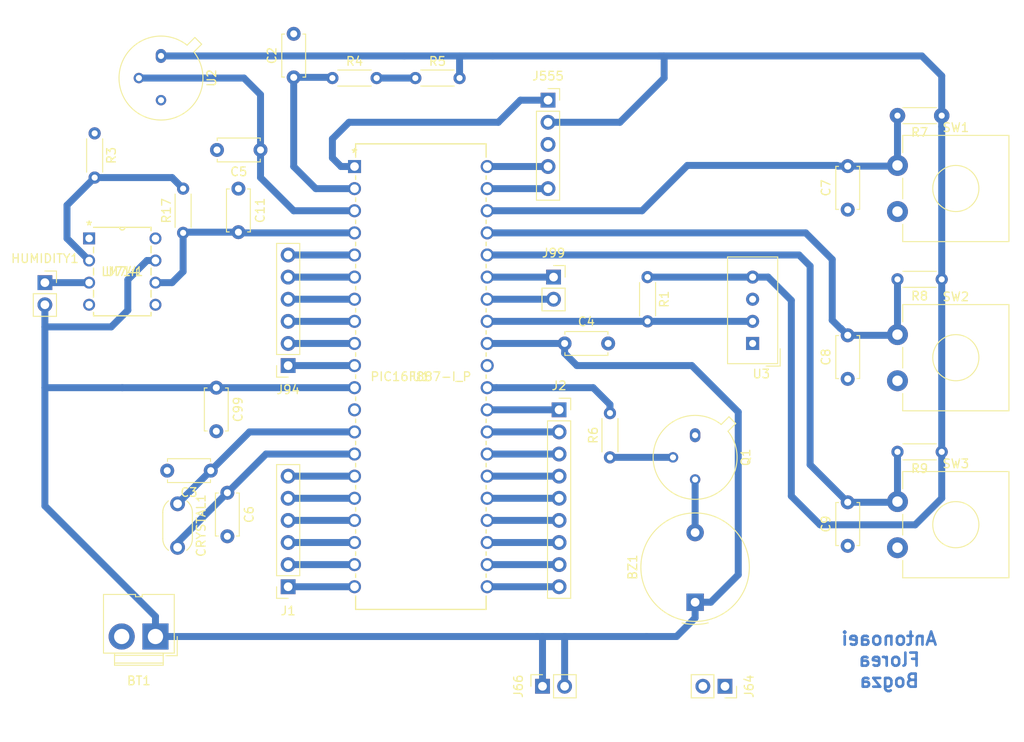
<source format=kicad_pcb>
(kicad_pcb (version 20171130) (host pcbnew "(5.1.0)-1")

  (general
    (thickness 1.6)
    (drawings 5)
    (tracks 152)
    (zones 0)
    (modules 38)
    (nets 48)
  )

  (page A4)
  (layers
    (0 F.Cu signal)
    (31 B.Cu signal)
    (32 B.Adhes user)
    (33 F.Adhes user)
    (34 B.Paste user)
    (35 F.Paste user)
    (36 B.SilkS user)
    (37 F.SilkS user)
    (38 B.Mask user)
    (39 F.Mask user)
    (40 Dwgs.User user)
    (41 Cmts.User user)
    (42 Eco1.User user)
    (43 Eco2.User user)
    (44 Edge.Cuts user)
    (45 Margin user)
    (46 B.CrtYd user)
    (47 F.CrtYd user)
    (48 B.Fab user)
    (49 F.Fab user)
  )

  (setup
    (last_trace_width 0.8)
    (user_trace_width 0.8)
    (trace_clearance 0.2)
    (zone_clearance 0.635)
    (zone_45_only no)
    (trace_min 0.2)
    (via_size 0.8)
    (via_drill 0.4)
    (via_min_size 0.4)
    (via_min_drill 0.3)
    (uvia_size 0.3)
    (uvia_drill 0.1)
    (uvias_allowed no)
    (uvia_min_size 0.2)
    (uvia_min_drill 0.1)
    (edge_width 0.05)
    (segment_width 0.2)
    (pcb_text_width 0.3)
    (pcb_text_size 1.5 1.5)
    (mod_edge_width 0.12)
    (mod_text_size 1 1)
    (mod_text_width 0.15)
    (pad_size 1.778 1.778)
    (pad_drill 0.7)
    (pad_to_mask_clearance 0.051)
    (solder_mask_min_width 0.25)
    (aux_axis_origin 0 0)
    (visible_elements 7FFFFFFF)
    (pcbplotparams
      (layerselection 0x00000_fffffffe)
      (usegerberextensions false)
      (usegerberattributes false)
      (usegerberadvancedattributes false)
      (creategerberjobfile false)
      (excludeedgelayer true)
      (linewidth 0.100000)
      (plotframeref false)
      (viasonmask false)
      (mode 1)
      (useauxorigin false)
      (hpglpennumber 1)
      (hpglpenspeed 20)
      (hpglpendiameter 15.000000)
      (psnegative false)
      (psa4output false)
      (plotreference true)
      (plotvalue true)
      (plotinvisibletext false)
      (padsonsilk false)
      (subtractmaskfromsilk false)
      (outputformat 4)
      (mirror true)
      (drillshape 0)
      (scaleselection 1)
      (outputdirectory "C:/Users/Bogza/Desktop/KiCad/"))
  )

  (net 0 "")
  (net 1 +5V)
  (net 2 "Net-(BZ1-Pad2)")
  (net 3 "Net-(C2-Pad1)")
  (net 4 GND)
  (net 5 "Net-(C3-Pad1)")
  (net 6 "Net-(C5-Pad1)")
  (net 7 "Net-(C6-Pad1)")
  (net 8 "Net-(C7-Pad2)")
  (net 9 "Net-(C8-Pad2)")
  (net 10 "Net-(C9-Pad2)")
  (net 11 "Net-(J94-Pad1)")
  (net 12 "Net-(J94-Pad2)")
  (net 13 "Net-(J94-Pad3)")
  (net 14 "Net-(J94-Pad4)")
  (net 15 "Net-(J94-Pad5)")
  (net 16 "Net-(J94-Pad6)")
  (net 17 "Net-(J99-Pad1)")
  (net 18 "Net-(J99-Pad2)")
  (net 19 "Net-(J555-Pad5)")
  (net 20 "Net-(J555-Pad4)")
  (net 21 "Net-(J555-Pad1)")
  (net 22 "Net-(Q1-Pad2)")
  (net 23 "Net-(R1-Pad2)")
  (net 24 "Net-(R4-Pad2)")
  (net 25 "Net-(R6-Pad2)")
  (net 26 "Net-(U3-Pad3)")
  (net 27 "Net-(U714-Pad1)")
  (net 28 "Net-(U714-Pad5)")
  (net 29 "Net-(U714-Pad8)")
  (net 30 "Net-(J1-Pad6)")
  (net 31 "Net-(J1-Pad5)")
  (net 32 "Net-(J1-Pad4)")
  (net 33 "Net-(J1-Pad3)")
  (net 34 "Net-(J1-Pad2)")
  (net 35 "Net-(J1-Pad1)")
  (net 36 "Net-(J2-Pad9)")
  (net 37 "Net-(J2-Pad8)")
  (net 38 "Net-(J2-Pad7)")
  (net 39 "Net-(J2-Pad6)")
  (net 40 "Net-(J2-Pad5)")
  (net 41 "Net-(J2-Pad4)")
  (net 42 "Net-(J2-Pad3)")
  (net 43 "Net-(J2-Pad2)")
  (net 44 "Net-(J2-Pad1)")
  (net 45 "Net-(C11-Pad2)")
  (net 46 "Net-(HUMIDITY1-Pad1)")
  (net 47 "Net-(R17-Pad2)")

  (net_class Default "This is the default net class."
    (clearance 0.2)
    (trace_width 0.25)
    (via_dia 0.8)
    (via_drill 0.4)
    (uvia_dia 0.3)
    (uvia_drill 0.1)
    (add_net +5V)
    (add_net GND)
    (add_net "Net-(BZ1-Pad2)")
    (add_net "Net-(C11-Pad2)")
    (add_net "Net-(C2-Pad1)")
    (add_net "Net-(C3-Pad1)")
    (add_net "Net-(C5-Pad1)")
    (add_net "Net-(C6-Pad1)")
    (add_net "Net-(C7-Pad2)")
    (add_net "Net-(C8-Pad2)")
    (add_net "Net-(C9-Pad2)")
    (add_net "Net-(HUMIDITY1-Pad1)")
    (add_net "Net-(J1-Pad1)")
    (add_net "Net-(J1-Pad2)")
    (add_net "Net-(J1-Pad3)")
    (add_net "Net-(J1-Pad4)")
    (add_net "Net-(J1-Pad5)")
    (add_net "Net-(J1-Pad6)")
    (add_net "Net-(J2-Pad1)")
    (add_net "Net-(J2-Pad2)")
    (add_net "Net-(J2-Pad3)")
    (add_net "Net-(J2-Pad4)")
    (add_net "Net-(J2-Pad5)")
    (add_net "Net-(J2-Pad6)")
    (add_net "Net-(J2-Pad7)")
    (add_net "Net-(J2-Pad8)")
    (add_net "Net-(J2-Pad9)")
    (add_net "Net-(J555-Pad1)")
    (add_net "Net-(J555-Pad4)")
    (add_net "Net-(J555-Pad5)")
    (add_net "Net-(J94-Pad1)")
    (add_net "Net-(J94-Pad2)")
    (add_net "Net-(J94-Pad3)")
    (add_net "Net-(J94-Pad4)")
    (add_net "Net-(J94-Pad5)")
    (add_net "Net-(J94-Pad6)")
    (add_net "Net-(J99-Pad1)")
    (add_net "Net-(J99-Pad2)")
    (add_net "Net-(Q1-Pad2)")
    (add_net "Net-(R1-Pad2)")
    (add_net "Net-(R17-Pad2)")
    (add_net "Net-(R4-Pad2)")
    (add_net "Net-(R6-Pad2)")
    (add_net "Net-(U3-Pad3)")
    (add_net "Net-(U714-Pad1)")
    (add_net "Net-(U714-Pad5)")
    (add_net "Net-(U714-Pad8)")
  )

  (module Button_Switch_THT:SW_CW_GPTS203211B (layer F.Cu) (tedit 5AC7C0C9) (tstamp 5E7A6A29)
    (at 199.517 77.978)
    (descr "SPST Off-On Pushbutton, 1A, 30V, CW Industries P/N GPTS203211B, http://switches-connectors-custom.cwind.com/Asset/GPTS203211BR2.pdf")
    (tags "SPST button switch Off-On")
    (path /5E9DC4A2)
    (fp_text reference SW1 (at 6.7 -4.35) (layer F.SilkS)
      (effects (font (size 1 1) (thickness 0.15)))
    )
    (fp_text value SW_Push (at 6.7 9.65) (layer F.Fab)
      (effects (font (size 1 1) (thickness 0.15)))
    )
    (fp_text user %R (at 6.7 2.65) (layer F.Fab)
      (effects (font (size 1 1) (thickness 0.15)))
    )
    (fp_line (start 12.95 -3.6) (end -1.45 -3.6) (layer F.CrtYd) (width 0.05))
    (fp_line (start 12.95 8.9) (end 12.95 -3.6) (layer F.CrtYd) (width 0.05))
    (fp_line (start -1.45 8.9) (end 12.95 8.9) (layer F.CrtYd) (width 0.05))
    (fp_line (start -1.45 -3.6) (end -1.45 8.9) (layer F.CrtYd) (width 0.05))
    (fp_line (start 0.6 1.46) (end 0.6 3.84) (layer F.SilkS) (width 0.12))
    (fp_line (start 0.6 8.75) (end 0.6 6.76) (layer F.SilkS) (width 0.12))
    (fp_line (start 12.8 8.75) (end 0.6 8.75) (layer F.SilkS) (width 0.12))
    (fp_line (start 12.8 -3.45) (end 12.8 8.75) (layer F.SilkS) (width 0.12))
    (fp_line (start 0.6 -3.45) (end 12.8 -3.45) (layer F.SilkS) (width 0.12))
    (fp_line (start 0.6 -1.46) (end 0.6 -3.45) (layer F.SilkS) (width 0.12))
    (fp_line (start 12.7 -3.35) (end 0.7 -3.35) (layer F.Fab) (width 0.1))
    (fp_line (start 12.7 8.65) (end 12.7 -3.35) (layer F.Fab) (width 0.1))
    (fp_line (start 0.7 8.65) (end 12.7 8.65) (layer F.Fab) (width 0.1))
    (fp_line (start 0.7 -3.35) (end 0.7 8.65) (layer F.Fab) (width 0.1))
    (fp_circle (center 6.7 2.65) (end 9.35 2.65) (layer F.SilkS) (width 0.12))
    (pad 2 thru_hole circle (at 0 5.3) (size 2.4 2.4) (drill 1.2) (layers *.Cu *.Mask)
      (net 4 GND))
    (pad 1 thru_hole circle (at 0 0) (size 2.4 2.4) (drill 1.2) (layers *.Cu *.Mask)
      (net 8 "Net-(C7-Pad2)"))
    (model ${KISYS3DMOD}/Button_Switch_THT.3dshapes/SW_CW_GPTS203211B.wrl
      (at (xyz 0 0 0))
      (scale (xyz 1 1 1))
      (rotate (xyz 0 0 0))
    )
  )

  (module Buzzer_Beeper:Buzzer_TDK_PS1240P02BT_D12.2mm_H6.5mm (layer F.Cu) (tedit 5E95D221) (tstamp 5E7A6672)
    (at 176.276 126.619 90)
    (descr "Buzzer, D12.2mm height 6.5mm, https://product.tdk.com/info/en/catalog/datasheets/piezoelectronic_buzzer_ps_en.pdf")
    (tags buzzer)
    (path /5E79E634)
    (fp_text reference BZ1 (at 2.5 -7.17 90) (layer F.SilkS)
      (effects (font (size 1 1) (thickness 0.15)))
    )
    (fp_text value Buzzer (at 2.5 7.31 90) (layer F.Fab)
      (effects (font (size 1 1) (thickness 0.15)))
    )
    (fp_circle (center 2.5 0) (end 8.85 0) (layer F.CrtYd) (width 0.05))
    (fp_circle (center 2.5 0) (end 8.6 0) (layer F.Fab) (width 0.1))
    (fp_circle (center 2.5 0) (end 3.5 0) (layer F.Fab) (width 0.1))
    (fp_circle (center 2.5 0) (end 8.73 0) (layer F.SilkS) (width 0.12))
    (fp_line (start -2.54 -1) (end -2.54 1) (layer F.Fab) (width 0.1))
    (fp_arc (start 2.5 0) (end -3.9 -1.5) (angle -26.38121493) (layer F.SilkS) (width 0.12))
    (pad 1 thru_hole rect (at -1.524 0 90) (size 2 2) (drill 1) (layers *.Cu *.Mask)
      (net 1 +5V))
    (pad 2 thru_hole circle (at 6.477 0 90) (size 2 2) (drill 1) (layers *.Cu *.Mask)
      (net 2 "Net-(BZ1-Pad2)"))
    (model ${KISYS3DMOD}/Buzzer_Beeper.3dshapes/Buzzer_TDK_PS1240P02BT_D12.2mm_H8mm.wrl
      (at (xyz 0 0 0))
      (scale (xyz 1 1 1))
      (rotate (xyz 0 0 0))
    )
  )

  (module Resistor_THT:R_Axial_DIN0204_L3.6mm_D1.6mm_P5.08mm_Horizontal (layer F.Cu) (tedit 5AE5139B) (tstamp 5E7A697A)
    (at 144.145 67.945)
    (descr "Resistor, Axial_DIN0204 series, Axial, Horizontal, pin pitch=5.08mm, 0.167W, length*diameter=3.6*1.6mm^2, http://cdn-reichelt.de/documents/datenblatt/B400/1_4W%23YAG.pdf")
    (tags "Resistor Axial_DIN0204 series Axial Horizontal pin pitch 5.08mm 0.167W length 3.6mm diameter 1.6mm")
    (path /5E79BB6F)
    (fp_text reference R5 (at 2.54 -1.92) (layer F.SilkS)
      (effects (font (size 1 1) (thickness 0.15)))
    )
    (fp_text value R_PHOTO (at 2.54 1.92) (layer F.Fab)
      (effects (font (size 1 1) (thickness 0.15)))
    )
    (fp_text user %R (at 2.54 0) (layer F.Fab)
      (effects (font (size 0.72 0.72) (thickness 0.108)))
    )
    (fp_line (start 6.03 -1.05) (end -0.95 -1.05) (layer F.CrtYd) (width 0.05))
    (fp_line (start 6.03 1.05) (end 6.03 -1.05) (layer F.CrtYd) (width 0.05))
    (fp_line (start -0.95 1.05) (end 6.03 1.05) (layer F.CrtYd) (width 0.05))
    (fp_line (start -0.95 -1.05) (end -0.95 1.05) (layer F.CrtYd) (width 0.05))
    (fp_line (start 0.62 0.92) (end 4.46 0.92) (layer F.SilkS) (width 0.12))
    (fp_line (start 0.62 -0.92) (end 4.46 -0.92) (layer F.SilkS) (width 0.12))
    (fp_line (start 5.08 0) (end 4.34 0) (layer F.Fab) (width 0.1))
    (fp_line (start 0 0) (end 0.74 0) (layer F.Fab) (width 0.1))
    (fp_line (start 4.34 -0.8) (end 0.74 -0.8) (layer F.Fab) (width 0.1))
    (fp_line (start 4.34 0.8) (end 4.34 -0.8) (layer F.Fab) (width 0.1))
    (fp_line (start 0.74 0.8) (end 4.34 0.8) (layer F.Fab) (width 0.1))
    (fp_line (start 0.74 -0.8) (end 0.74 0.8) (layer F.Fab) (width 0.1))
    (pad 2 thru_hole oval (at 5.08 0) (size 1.4 1.4) (drill 0.7) (layers *.Cu *.Mask)
      (net 1 +5V))
    (pad 1 thru_hole circle (at 0 0) (size 1.4 1.4) (drill 0.7) (layers *.Cu *.Mask)
      (net 24 "Net-(R4-Pad2)"))
    (model ${KISYS3DMOD}/Resistor_THT.3dshapes/R_Axial_DIN0204_L3.6mm_D1.6mm_P5.08mm_Horizontal.wrl
      (at (xyz 0 0 0))
      (scale (xyz 1 1 1))
      (rotate (xyz 0 0 0))
    )
  )

  (module Connector_PinSocket_2.54mm:PinSocket_1x02_P2.54mm_Vertical (layer F.Cu) (tedit 5A19A420) (tstamp 5E7A6A02)
    (at 101.6 91.44)
    (descr "Through hole straight socket strip, 1x02, 2.54mm pitch, single row (from Kicad 4.0.7), script generated")
    (tags "Through hole socket strip THT 1x02 2.54mm single row")
    (path /5E8174B8)
    (fp_text reference HUMIDITY1 (at 0 -2.77) (layer F.SilkS)
      (effects (font (size 1 1) (thickness 0.15)))
    )
    (fp_text value 10k (at 0 5.31) (layer F.Fab)
      (effects (font (size 1 1) (thickness 0.15)))
    )
    (fp_text user %R (at 0 1.27 90) (layer F.Fab)
      (effects (font (size 1 1) (thickness 0.15)))
    )
    (fp_line (start -1.8 4.3) (end -1.8 -1.8) (layer F.CrtYd) (width 0.05))
    (fp_line (start 1.75 4.3) (end -1.8 4.3) (layer F.CrtYd) (width 0.05))
    (fp_line (start 1.75 -1.8) (end 1.75 4.3) (layer F.CrtYd) (width 0.05))
    (fp_line (start -1.8 -1.8) (end 1.75 -1.8) (layer F.CrtYd) (width 0.05))
    (fp_line (start 0 -1.33) (end 1.33 -1.33) (layer F.SilkS) (width 0.12))
    (fp_line (start 1.33 -1.33) (end 1.33 0) (layer F.SilkS) (width 0.12))
    (fp_line (start 1.33 1.27) (end 1.33 3.87) (layer F.SilkS) (width 0.12))
    (fp_line (start -1.33 3.87) (end 1.33 3.87) (layer F.SilkS) (width 0.12))
    (fp_line (start -1.33 1.27) (end -1.33 3.87) (layer F.SilkS) (width 0.12))
    (fp_line (start -1.33 1.27) (end 1.33 1.27) (layer F.SilkS) (width 0.12))
    (fp_line (start -1.27 3.81) (end -1.27 -1.27) (layer F.Fab) (width 0.1))
    (fp_line (start 1.27 3.81) (end -1.27 3.81) (layer F.Fab) (width 0.1))
    (fp_line (start 1.27 -0.635) (end 1.27 3.81) (layer F.Fab) (width 0.1))
    (fp_line (start 0.635 -1.27) (end 1.27 -0.635) (layer F.Fab) (width 0.1))
    (fp_line (start -1.27 -1.27) (end 0.635 -1.27) (layer F.Fab) (width 0.1))
    (pad 2 thru_hole oval (at 0 2.54) (size 1.7 1.7) (drill 1) (layers *.Cu *.Mask)
      (net 1 +5V))
    (pad 1 thru_hole rect (at 0 0) (size 1.7 1.7) (drill 1) (layers *.Cu *.Mask)
      (net 46 "Net-(HUMIDITY1-Pad1)"))
    (model ${KISYS3DMOD}/Connector_PinSocket_2.54mm.3dshapes/PinSocket_1x02_P2.54mm_Vertical.wrl
      (at (xyz 0 0 0))
      (scale (xyz 1 1 1))
      (rotate (xyz 0 0 0))
    )
  )

  (module Package_TO_SOT_THT:TO-39-3 (layer F.Cu) (tedit 5A02FF81) (tstamp 5E7A6B7E)
    (at 114.935 65.405 270)
    (descr TO-39-3)
    (tags TO-39-3)
    (path /5E7980BE)
    (fp_text reference U2 (at 2.54 -5.82 270) (layer F.SilkS)
      (effects (font (size 1 1) (thickness 0.15)))
    )
    (fp_text value LM35-LP (at 2.54 5.82 270) (layer F.Fab)
      (effects (font (size 1 1) (thickness 0.15)))
    )
    (fp_arc (start 2.54 0) (end -0.457084 -3.774902) (angle 346.9) (layer F.SilkS) (width 0.12))
    (fp_arc (start 2.54 0) (end -0.465408 -3.61352) (angle 349.5) (layer F.Fab) (width 0.1))
    (fp_circle (center 2.54 0) (end 6.79 0) (layer F.Fab) (width 0.1))
    (fp_line (start 7.49 -4.95) (end -2.41 -4.95) (layer F.CrtYd) (width 0.05))
    (fp_line (start 7.49 4.95) (end 7.49 -4.95) (layer F.CrtYd) (width 0.05))
    (fp_line (start -2.41 4.95) (end 7.49 4.95) (layer F.CrtYd) (width 0.05))
    (fp_line (start -2.41 -4.95) (end -2.41 4.95) (layer F.CrtYd) (width 0.05))
    (fp_line (start -2.125856 -3.888039) (end -1.234902 -2.997084) (layer F.SilkS) (width 0.12))
    (fp_line (start -1.348039 -4.665856) (end -2.125856 -3.888039) (layer F.SilkS) (width 0.12))
    (fp_line (start -0.457084 -3.774902) (end -1.348039 -4.665856) (layer F.SilkS) (width 0.12))
    (fp_line (start -1.879621 -3.81151) (end -1.07352 -3.005408) (layer F.Fab) (width 0.1))
    (fp_line (start -1.27151 -4.419621) (end -1.879621 -3.81151) (layer F.Fab) (width 0.1))
    (fp_line (start -0.465408 -3.61352) (end -1.27151 -4.419621) (layer F.Fab) (width 0.1))
    (fp_text user %R (at 2.54 -5.82 270) (layer F.Fab)
      (effects (font (size 1 1) (thickness 0.15)))
    )
    (pad 3 thru_hole oval (at 5.08 0 270) (size 1.2 1.2) (drill 0.7) (layers *.Cu *.Mask)
      (net 4 GND))
    (pad 2 thru_hole oval (at 2.54 2.54 270) (size 1.2 1.2) (drill 0.7) (layers *.Cu *.Mask)
      (net 6 "Net-(C5-Pad1)"))
    (pad 1 thru_hole oval (at 0 0 270) (size 1.6 1.2) (drill 0.7) (layers *.Cu *.Mask)
      (net 1 +5V))
    (model ${KISYS3DMOD}/Package_TO_SOT_THT.3dshapes/TO-39-3.wrl
      (at (xyz 0 0 0))
      (scale (xyz 1 1 1))
      (rotate (xyz 0 0 0))
    )
  )

  (module Resistor_THT:R_Axial_DIN0204_L3.6mm_D1.6mm_P5.08mm_Horizontal (layer F.Cu) (tedit 5AE5139B) (tstamp 5E7A6967)
    (at 134.62 67.945)
    (descr "Resistor, Axial_DIN0204 series, Axial, Horizontal, pin pitch=5.08mm, 0.167W, length*diameter=3.6*1.6mm^2, http://cdn-reichelt.de/documents/datenblatt/B400/1_4W%23YAG.pdf")
    (tags "Resistor Axial_DIN0204 series Axial Horizontal pin pitch 5.08mm 0.167W length 3.6mm diameter 1.6mm")
    (path /5E7D2264)
    (fp_text reference R4 (at 2.54 -1.92) (layer F.SilkS)
      (effects (font (size 1 1) (thickness 0.15)))
    )
    (fp_text value 10k (at 2.54 1.92) (layer F.Fab)
      (effects (font (size 1 1) (thickness 0.15)))
    )
    (fp_text user %R (at 2.54 0) (layer F.Fab)
      (effects (font (size 0.72 0.72) (thickness 0.108)))
    )
    (fp_line (start 6.03 -1.05) (end -0.95 -1.05) (layer F.CrtYd) (width 0.05))
    (fp_line (start 6.03 1.05) (end 6.03 -1.05) (layer F.CrtYd) (width 0.05))
    (fp_line (start -0.95 1.05) (end 6.03 1.05) (layer F.CrtYd) (width 0.05))
    (fp_line (start -0.95 -1.05) (end -0.95 1.05) (layer F.CrtYd) (width 0.05))
    (fp_line (start 0.62 0.92) (end 4.46 0.92) (layer F.SilkS) (width 0.12))
    (fp_line (start 0.62 -0.92) (end 4.46 -0.92) (layer F.SilkS) (width 0.12))
    (fp_line (start 5.08 0) (end 4.34 0) (layer F.Fab) (width 0.1))
    (fp_line (start 0 0) (end 0.74 0) (layer F.Fab) (width 0.1))
    (fp_line (start 4.34 -0.8) (end 0.74 -0.8) (layer F.Fab) (width 0.1))
    (fp_line (start 4.34 0.8) (end 4.34 -0.8) (layer F.Fab) (width 0.1))
    (fp_line (start 0.74 0.8) (end 4.34 0.8) (layer F.Fab) (width 0.1))
    (fp_line (start 0.74 -0.8) (end 0.74 0.8) (layer F.Fab) (width 0.1))
    (pad 2 thru_hole oval (at 5.08 0) (size 1.4 1.4) (drill 0.7) (layers *.Cu *.Mask)
      (net 24 "Net-(R4-Pad2)"))
    (pad 1 thru_hole circle (at 0 0) (size 1.4 1.4) (drill 0.7) (layers *.Cu *.Mask)
      (net 3 "Net-(C2-Pad1)"))
    (model ${KISYS3DMOD}/Resistor_THT.3dshapes/R_Axial_DIN0204_L3.6mm_D1.6mm_P5.08mm_Horizontal.wrl
      (at (xyz 0 0 0))
      (scale (xyz 1 1 1))
      (rotate (xyz 0 0 0))
    )
  )

  (module Capacitor_THT:C_Disc_D4.7mm_W2.5mm_P5.00mm (layer F.Cu) (tedit 5AE50EF0) (tstamp 5E8CD101)
    (at 161.29 98.425)
    (descr "C, Disc series, Radial, pin pitch=5.00mm, , diameter*width=4.7*2.5mm^2, Capacitor, http://www.vishay.com/docs/45233/krseries.pdf")
    (tags "C Disc series Radial pin pitch 5.00mm  diameter 4.7mm width 2.5mm Capacitor")
    (path /5E8D4616)
    (fp_text reference C4 (at 2.5 -2.5) (layer F.SilkS)
      (effects (font (size 1 1) (thickness 0.15)))
    )
    (fp_text value 100nF (at 2.5 2.5) (layer F.Fab)
      (effects (font (size 1 1) (thickness 0.15)))
    )
    (fp_text user %R (at 2.5 0 90) (layer F.Fab)
      (effects (font (size 0.94 0.94) (thickness 0.141)))
    )
    (fp_line (start 6.05 -1.5) (end -1.05 -1.5) (layer F.CrtYd) (width 0.05))
    (fp_line (start 6.05 1.5) (end 6.05 -1.5) (layer F.CrtYd) (width 0.05))
    (fp_line (start -1.05 1.5) (end 6.05 1.5) (layer F.CrtYd) (width 0.05))
    (fp_line (start -1.05 -1.5) (end -1.05 1.5) (layer F.CrtYd) (width 0.05))
    (fp_line (start 4.97 1.055) (end 4.97 1.37) (layer F.SilkS) (width 0.12))
    (fp_line (start 4.97 -1.37) (end 4.97 -1.055) (layer F.SilkS) (width 0.12))
    (fp_line (start 0.03 1.055) (end 0.03 1.37) (layer F.SilkS) (width 0.12))
    (fp_line (start 0.03 -1.37) (end 0.03 -1.055) (layer F.SilkS) (width 0.12))
    (fp_line (start 0.03 1.37) (end 4.97 1.37) (layer F.SilkS) (width 0.12))
    (fp_line (start 0.03 -1.37) (end 4.97 -1.37) (layer F.SilkS) (width 0.12))
    (fp_line (start 4.85 -1.25) (end 0.15 -1.25) (layer F.Fab) (width 0.1))
    (fp_line (start 4.85 1.25) (end 4.85 -1.25) (layer F.Fab) (width 0.1))
    (fp_line (start 0.15 1.25) (end 4.85 1.25) (layer F.Fab) (width 0.1))
    (fp_line (start 0.15 -1.25) (end 0.15 1.25) (layer F.Fab) (width 0.1))
    (pad 2 thru_hole circle (at 5 0) (size 1.6 1.6) (drill 0.8) (layers *.Cu *.Mask)
      (net 4 GND))
    (pad 1 thru_hole circle (at 0 0) (size 1.6 1.6) (drill 0.8) (layers *.Cu *.Mask)
      (net 1 +5V))
    (model ${KISYS3DMOD}/Capacitor_THT.3dshapes/C_Disc_D4.7mm_W2.5mm_P5.00mm.wrl
      (at (xyz 0 0 0))
      (scale (xyz 1 1 1))
      (rotate (xyz 0 0 0))
    )
  )

  (module Connector_PinSocket_2.54mm:PinSocket_1x05_P2.54mm_Vertical (layer F.Cu) (tedit 5A19A420) (tstamp 5E7A7FAC)
    (at 159.385 70.485)
    (descr "Through hole straight socket strip, 1x05, 2.54mm pitch, single row (from Kicad 4.0.7), script generated")
    (tags "Through hole socket strip THT 1x05 2.54mm single row")
    (path /5E7A4013)
    (fp_text reference J555 (at 0 -2.77) (layer F.SilkS)
      (effects (font (size 1 1) (thickness 0.15)))
    )
    (fp_text value Conn_01x05_Female (at 0 12.93) (layer F.Fab)
      (effects (font (size 1 1) (thickness 0.15)))
    )
    (fp_text user %R (at 0 5.08 90) (layer F.Fab)
      (effects (font (size 1 1) (thickness 0.15)))
    )
    (fp_line (start -1.8 11.9) (end -1.8 -1.8) (layer F.CrtYd) (width 0.05))
    (fp_line (start 1.75 11.9) (end -1.8 11.9) (layer F.CrtYd) (width 0.05))
    (fp_line (start 1.75 -1.8) (end 1.75 11.9) (layer F.CrtYd) (width 0.05))
    (fp_line (start -1.8 -1.8) (end 1.75 -1.8) (layer F.CrtYd) (width 0.05))
    (fp_line (start 0 -1.33) (end 1.33 -1.33) (layer F.SilkS) (width 0.12))
    (fp_line (start 1.33 -1.33) (end 1.33 0) (layer F.SilkS) (width 0.12))
    (fp_line (start 1.33 1.27) (end 1.33 11.49) (layer F.SilkS) (width 0.12))
    (fp_line (start -1.33 11.49) (end 1.33 11.49) (layer F.SilkS) (width 0.12))
    (fp_line (start -1.33 1.27) (end -1.33 11.49) (layer F.SilkS) (width 0.12))
    (fp_line (start -1.33 1.27) (end 1.33 1.27) (layer F.SilkS) (width 0.12))
    (fp_line (start -1.27 11.43) (end -1.27 -1.27) (layer F.Fab) (width 0.1))
    (fp_line (start 1.27 11.43) (end -1.27 11.43) (layer F.Fab) (width 0.1))
    (fp_line (start 1.27 -0.635) (end 1.27 11.43) (layer F.Fab) (width 0.1))
    (fp_line (start 0.635 -1.27) (end 1.27 -0.635) (layer F.Fab) (width 0.1))
    (fp_line (start -1.27 -1.27) (end 0.635 -1.27) (layer F.Fab) (width 0.1))
    (pad 5 thru_hole oval (at 0 10.16) (size 1.7 1.7) (drill 1) (layers *.Cu *.Mask)
      (net 19 "Net-(J555-Pad5)"))
    (pad 4 thru_hole oval (at 0 7.62) (size 1.7 1.7) (drill 1) (layers *.Cu *.Mask)
      (net 20 "Net-(J555-Pad4)"))
    (pad 3 thru_hole oval (at 0 5.08) (size 1.7 1.7) (drill 1) (layers *.Cu *.Mask)
      (net 4 GND))
    (pad 2 thru_hole oval (at 0 2.54) (size 1.7 1.7) (drill 1) (layers *.Cu *.Mask)
      (net 1 +5V))
    (pad 1 thru_hole rect (at 0 0) (size 1.7 1.7) (drill 1) (layers *.Cu *.Mask)
      (net 21 "Net-(J555-Pad1)"))
    (model ${KISYS3DMOD}/Connector_PinSocket_2.54mm.3dshapes/PinSocket_1x05_P2.54mm_Vertical.wrl
      (at (xyz 0 0 0))
      (scale (xyz 1 1 1))
      (rotate (xyz 0 0 0))
    )
  )

  (module Connector_PinSocket_2.54mm:PinSocket_1x02_P2.54mm_Vertical (layer F.Cu) (tedit 5A19A420) (tstamp 5E8DAFB0)
    (at 179.705 137.795 270)
    (descr "Through hole straight socket strip, 1x02, 2.54mm pitch, single row (from Kicad 4.0.7), script generated")
    (tags "Through hole socket strip THT 1x02 2.54mm single row")
    (path /5E902C8C)
    (fp_text reference J64 (at 0 -2.77 270) (layer F.SilkS)
      (effects (font (size 1 1) (thickness 0.15)))
    )
    (fp_text value PIN (at 0 5.31 270) (layer F.Fab) hide
      (effects (font (size 1 1) (thickness 0.15)))
    )
    (fp_text user %R (at 0 1.27) (layer F.Fab)
      (effects (font (size 1 1) (thickness 0.15)))
    )
    (fp_line (start -1.8 4.3) (end -1.8 -1.8) (layer F.CrtYd) (width 0.05))
    (fp_line (start 1.75 4.3) (end -1.8 4.3) (layer F.CrtYd) (width 0.05))
    (fp_line (start 1.75 -1.8) (end 1.75 4.3) (layer F.CrtYd) (width 0.05))
    (fp_line (start -1.8 -1.8) (end 1.75 -1.8) (layer F.CrtYd) (width 0.05))
    (fp_line (start 0 -1.33) (end 1.33 -1.33) (layer F.SilkS) (width 0.12))
    (fp_line (start 1.33 -1.33) (end 1.33 0) (layer F.SilkS) (width 0.12))
    (fp_line (start 1.33 1.27) (end 1.33 3.87) (layer F.SilkS) (width 0.12))
    (fp_line (start -1.33 3.87) (end 1.33 3.87) (layer F.SilkS) (width 0.12))
    (fp_line (start -1.33 1.27) (end -1.33 3.87) (layer F.SilkS) (width 0.12))
    (fp_line (start -1.33 1.27) (end 1.33 1.27) (layer F.SilkS) (width 0.12))
    (fp_line (start -1.27 3.81) (end -1.27 -1.27) (layer F.Fab) (width 0.1))
    (fp_line (start 1.27 3.81) (end -1.27 3.81) (layer F.Fab) (width 0.1))
    (fp_line (start 1.27 -0.635) (end 1.27 3.81) (layer F.Fab) (width 0.1))
    (fp_line (start 0.635 -1.27) (end 1.27 -0.635) (layer F.Fab) (width 0.1))
    (fp_line (start -1.27 -1.27) (end 0.635 -1.27) (layer F.Fab) (width 0.1))
    (pad 2 thru_hole oval (at 0 2.54 270) (size 1.7 1.7) (drill 1) (layers *.Cu *.Mask)
      (net 4 GND))
    (pad 1 thru_hole rect (at 0 0 270) (size 1.7 1.7) (drill 1) (layers *.Cu *.Mask)
      (net 4 GND))
    (model ${KISYS3DMOD}/Connector_PinSocket_2.54mm.3dshapes/PinSocket_1x02_P2.54mm_Vertical.wrl
      (at (xyz 0 0 0))
      (scale (xyz 1 1 1))
      (rotate (xyz 0 0 0))
    )
  )

  (module Crystal:Resonator-2Pin_W6.0mm_H3.0mm (layer F.Cu) (tedit 5A0FD1B2) (tstamp 5E7A67F5)
    (at 116.84 116.84 270)
    (descr "Ceramic Resomator/Filter 6.0x3.0mm^2, length*width=6.0x3.0mm^2 package, package length=6.0mm, package width=3.0mm, 2 pins")
    (tags "THT ceramic resonator filter")
    (path /5E93FCB3)
    (fp_text reference CRYSTAL1 (at 2.5 -2.7 270) (layer F.SilkS)
      (effects (font (size 1 1) (thickness 0.15)))
    )
    (fp_text value 8MHZ (at 2.5 2.7 270) (layer F.Fab)
      (effects (font (size 1 1) (thickness 0.15)))
    )
    (fp_arc (start 4 0) (end 4 1.7) (angle -51.9) (layer F.SilkS) (width 0.12))
    (fp_arc (start 1 0) (end 1 1.7) (angle 51.9) (layer F.SilkS) (width 0.12))
    (fp_arc (start 4 0) (end 4 -1.7) (angle 51.9) (layer F.SilkS) (width 0.12))
    (fp_arc (start 1 0) (end 1 -1.7) (angle -51.9) (layer F.SilkS) (width 0.12))
    (fp_arc (start 4 0) (end 4 -1.5) (angle 180) (layer F.Fab) (width 0.1))
    (fp_arc (start 1 0) (end 1 -1.5) (angle -180) (layer F.Fab) (width 0.1))
    (fp_arc (start 4 0) (end 4 -1.5) (angle 180) (layer F.Fab) (width 0.1))
    (fp_arc (start 1 0) (end 1 -1.5) (angle -180) (layer F.Fab) (width 0.1))
    (fp_line (start 6 -2) (end -1.1 -2) (layer F.CrtYd) (width 0.05))
    (fp_line (start 6 2) (end 6 -2) (layer F.CrtYd) (width 0.05))
    (fp_line (start -1.1 2) (end 6 2) (layer F.CrtYd) (width 0.05))
    (fp_line (start -1.1 -2) (end -1.1 2) (layer F.CrtYd) (width 0.05))
    (fp_line (start 1 1.7) (end 4 1.7) (layer F.SilkS) (width 0.12))
    (fp_line (start 1 -1.7) (end 4 -1.7) (layer F.SilkS) (width 0.12))
    (fp_line (start 1 1.5) (end 4 1.5) (layer F.Fab) (width 0.1))
    (fp_line (start 1 -1.5) (end 4 -1.5) (layer F.Fab) (width 0.1))
    (fp_line (start 1 1.5) (end 4 1.5) (layer F.Fab) (width 0.1))
    (fp_line (start 1 -1.5) (end 4 -1.5) (layer F.Fab) (width 0.1))
    (fp_text user %R (at 2.5 0 270) (layer F.Fab)
      (effects (font (size 1 1) (thickness 0.15)))
    )
    (pad 2 thru_hole circle (at 5 0 270) (size 1.7 1.7) (drill 1) (layers *.Cu *.Mask)
      (net 7 "Net-(C6-Pad1)"))
    (pad 1 thru_hole circle (at 0 0 270) (size 1.7 1.7) (drill 1) (layers *.Cu *.Mask)
      (net 5 "Net-(C3-Pad1)"))
    (model ${KISYS3DMOD}/Crystal.3dshapes/Resonator-2Pin_W6.0mm_H3.0mm.wrl
      (at (xyz 0 0 0))
      (scale (xyz 1 1 1))
      (rotate (xyz 0 0 0))
    )
  )

  (module Connector_PinSocket_2.54mm:PinSocket_1x06_P2.54mm_Vertical (layer F.Cu) (tedit 5A19A430) (tstamp 5E836A60)
    (at 129.54 126.365 180)
    (descr "Through hole straight socket strip, 1x06, 2.54mm pitch, single row (from Kicad 4.0.7), script generated")
    (tags "Through hole socket strip THT 1x06 2.54mm single row")
    (path /5E88D6E3)
    (fp_text reference J1 (at 0 -2.77 180) (layer F.SilkS)
      (effects (font (size 1 1) (thickness 0.15)))
    )
    (fp_text value Conn_01x06_Female (at 0 15.47 180) (layer F.Fab)
      (effects (font (size 1 1) (thickness 0.15)))
    )
    (fp_text user %R (at 0 6.35 270) (layer F.Fab)
      (effects (font (size 1 1) (thickness 0.15)))
    )
    (fp_line (start -1.8 14.45) (end -1.8 -1.8) (layer F.CrtYd) (width 0.05))
    (fp_line (start 1.75 14.45) (end -1.8 14.45) (layer F.CrtYd) (width 0.05))
    (fp_line (start 1.75 -1.8) (end 1.75 14.45) (layer F.CrtYd) (width 0.05))
    (fp_line (start -1.8 -1.8) (end 1.75 -1.8) (layer F.CrtYd) (width 0.05))
    (fp_line (start 0 -1.33) (end 1.33 -1.33) (layer F.SilkS) (width 0.12))
    (fp_line (start 1.33 -1.33) (end 1.33 0) (layer F.SilkS) (width 0.12))
    (fp_line (start 1.33 1.27) (end 1.33 14.03) (layer F.SilkS) (width 0.12))
    (fp_line (start -1.33 14.03) (end 1.33 14.03) (layer F.SilkS) (width 0.12))
    (fp_line (start -1.33 1.27) (end -1.33 14.03) (layer F.SilkS) (width 0.12))
    (fp_line (start -1.33 1.27) (end 1.33 1.27) (layer F.SilkS) (width 0.12))
    (fp_line (start -1.27 13.97) (end -1.27 -1.27) (layer F.Fab) (width 0.1))
    (fp_line (start 1.27 13.97) (end -1.27 13.97) (layer F.Fab) (width 0.1))
    (fp_line (start 1.27 -0.635) (end 1.27 13.97) (layer F.Fab) (width 0.1))
    (fp_line (start 0.635 -1.27) (end 1.27 -0.635) (layer F.Fab) (width 0.1))
    (fp_line (start -1.27 -1.27) (end 0.635 -1.27) (layer F.Fab) (width 0.1))
    (pad 6 thru_hole oval (at 0 12.7 180) (size 1.7 1.7) (drill 1) (layers *.Cu *.Mask)
      (net 30 "Net-(J1-Pad6)"))
    (pad 5 thru_hole oval (at 0 10.16 180) (size 1.7 1.7) (drill 1) (layers *.Cu *.Mask)
      (net 31 "Net-(J1-Pad5)"))
    (pad 4 thru_hole oval (at 0 7.62 180) (size 1.7 1.7) (drill 1) (layers *.Cu *.Mask)
      (net 32 "Net-(J1-Pad4)"))
    (pad 3 thru_hole oval (at 0 5.08 180) (size 1.7 1.7) (drill 1) (layers *.Cu *.Mask)
      (net 33 "Net-(J1-Pad3)"))
    (pad 2 thru_hole oval (at 0 2.54 180) (size 1.7 1.7) (drill 1) (layers *.Cu *.Mask)
      (net 34 "Net-(J1-Pad2)"))
    (pad 1 thru_hole rect (at 0 0 180) (size 1.7 1.7) (drill 1) (layers *.Cu *.Mask)
      (net 35 "Net-(J1-Pad1)"))
    (model ${KISYS3DMOD}/Connector_PinSocket_2.54mm.3dshapes/PinSocket_1x06_P2.54mm_Vertical.wrl
      (at (xyz 0 0 0))
      (scale (xyz 1 1 1))
      (rotate (xyz 0 0 0))
    )
  )

  (module Connector:JWT_A3963_1x02_P3.96mm_Vertical (layer F.Cu) (tedit 5A2A57CE) (tstamp 5E84EC5E)
    (at 114.3 132.08 180)
    (descr "JWT A3963, 3.96mm pitch Pin head connector (http://www.jwt.com.tw/pro_pdf/A3963.pdf)")
    (tags "connector JWT A3963 pinhead")
    (path /5E98C759)
    (fp_text reference BT1 (at 1.91 -5.08 180) (layer F.SilkS)
      (effects (font (size 1 1) (thickness 0.15)))
    )
    (fp_text value Alimentare (at 1.91 6.35 180) (layer F.Fab)
      (effects (font (size 1 1) (thickness 0.15)))
    )
    (fp_line (start 5.97 4.83) (end 5.97 0) (layer F.SilkS) (width 0.12))
    (fp_line (start -2.16 0) (end -2.16 4.83) (layer F.SilkS) (width 0.12))
    (fp_line (start -2.16 -1.91) (end 5.97 -1.91) (layer F.SilkS) (width 0.12))
    (fp_line (start -0.89 -1.91) (end -0.89 -3.3) (layer F.SilkS) (width 0.12))
    (fp_line (start 4.7 -1.91) (end 4.7 -3.3) (layer F.SilkS) (width 0.12))
    (fp_line (start -0.89 -3.3) (end 4.7 -3.3) (layer F.SilkS) (width 0.12))
    (fp_line (start -2.16 -1.91) (end -2.16 0) (layer F.SilkS) (width 0.12))
    (fp_line (start 5.97 -1.91) (end 5.97 0) (layer F.SilkS) (width 0.12))
    (fp_line (start -0.89 -3.05) (end 4.7 -3.05) (layer F.SilkS) (width 0.12))
    (fp_line (start -0.89 -2.16) (end 4.7 -2.16) (layer F.SilkS) (width 0.12))
    (fp_line (start 2.29 4.57) (end 2.29 4.83) (layer F.SilkS) (width 0.12))
    (fp_line (start 1.52 4.57) (end 2.29 4.57) (layer F.SilkS) (width 0.12))
    (fp_line (start 1.52 4.83) (end 1.52 4.57) (layer F.SilkS) (width 0.12))
    (fp_line (start 1.52 4.83) (end -2.16 4.83) (layer F.SilkS) (width 0.12))
    (fp_line (start 2.29 4.83) (end 5.97 4.83) (layer F.SilkS) (width 0.12))
    (fp_line (start -2.5 5.05) (end -2.5 -3.55) (layer F.CrtYd) (width 0.05))
    (fp_line (start 6.35 5.05) (end -2.5 5.05) (layer F.CrtYd) (width 0.05))
    (fp_line (start 6.35 -3.55) (end 6.35 5.05) (layer F.CrtYd) (width 0.05))
    (fp_line (start -2.5 -3.55) (end 6.35 -3.55) (layer F.CrtYd) (width 0.05))
    (fp_line (start -2.05 -1.8) (end 5.85 -1.8) (layer F.Fab) (width 0.1))
    (fp_line (start 5.85 -1.8) (end 5.85 4.7) (layer F.Fab) (width 0.1))
    (fp_line (start 5.85 4.7) (end -2.05 4.7) (layer F.Fab) (width 0.1))
    (fp_line (start -2.05 4.7) (end -2.05 -1.8) (layer F.Fab) (width 0.1))
    (fp_line (start -1.2 -2.2) (end -2.5 -2.2) (layer F.SilkS) (width 0.12))
    (fp_line (start -2.5 -2.2) (end -2.5 0) (layer F.SilkS) (width 0.12))
    (fp_line (start -1.25 -1.8) (end 0 -0.3) (layer F.Fab) (width 0.1))
    (fp_line (start 0 -0.3) (end 1.25 -1.8) (layer F.Fab) (width 0.1))
    (fp_line (start -0.8 -1.8) (end -0.8 -3.2) (layer F.Fab) (width 0.1))
    (fp_line (start -0.8 -3.2) (end 4.6 -3.2) (layer F.Fab) (width 0.1))
    (fp_line (start 4.6 -3.2) (end 4.6 -1.8) (layer F.Fab) (width 0.1))
    (fp_text user %R (at 2.2 3.7 180) (layer F.Fab)
      (effects (font (size 1 1) (thickness 0.15)))
    )
    (pad 2 thru_hole circle (at 3.88 0 180) (size 3 3) (drill 1.75) (layers *.Cu *.Mask)
      (net 4 GND))
    (pad 1 thru_hole rect (at 0 0 180) (size 3 3) (drill 1.75) (layers *.Cu *.Mask)
      (net 1 +5V))
    (model ${KISYS3DMOD}/Connector.3dshapes/JWT_A3963_1x02_P3.96mm_Vertical.wrl
      (at (xyz 0 0 0))
      (scale (xyz 1 1 1))
      (rotate (xyz 0 0 0))
    )
  )

  (module Connector_PinSocket_2.54mm:PinSocket_1x06_P2.54mm_Vertical (layer F.Cu) (tedit 5A19A430) (tstamp 5E7A687B)
    (at 129.54 100.965 180)
    (descr "Through hole straight socket strip, 1x06, 2.54mm pitch, single row (from Kicad 4.0.7), script generated")
    (tags "Through hole socket strip THT 1x06 2.54mm single row")
    (path /5E7D24D3)
    (fp_text reference J94 (at 0 -2.77 180) (layer F.SilkS)
      (effects (font (size 1 1) (thickness 0.15)))
    )
    (fp_text value Conn_01x06_Female (at 0 15.47 180) (layer F.Fab)
      (effects (font (size 1 1) (thickness 0.15)))
    )
    (fp_text user %R (at 0 6.35 270) (layer F.Fab)
      (effects (font (size 1 1) (thickness 0.15)))
    )
    (fp_line (start -1.8 14.45) (end -1.8 -1.8) (layer F.CrtYd) (width 0.05))
    (fp_line (start 1.75 14.45) (end -1.8 14.45) (layer F.CrtYd) (width 0.05))
    (fp_line (start 1.75 -1.8) (end 1.75 14.45) (layer F.CrtYd) (width 0.05))
    (fp_line (start -1.8 -1.8) (end 1.75 -1.8) (layer F.CrtYd) (width 0.05))
    (fp_line (start 0 -1.33) (end 1.33 -1.33) (layer F.SilkS) (width 0.12))
    (fp_line (start 1.33 -1.33) (end 1.33 0) (layer F.SilkS) (width 0.12))
    (fp_line (start 1.33 1.27) (end 1.33 14.03) (layer F.SilkS) (width 0.12))
    (fp_line (start -1.33 14.03) (end 1.33 14.03) (layer F.SilkS) (width 0.12))
    (fp_line (start -1.33 1.27) (end -1.33 14.03) (layer F.SilkS) (width 0.12))
    (fp_line (start -1.33 1.27) (end 1.33 1.27) (layer F.SilkS) (width 0.12))
    (fp_line (start -1.27 13.97) (end -1.27 -1.27) (layer F.Fab) (width 0.1))
    (fp_line (start 1.27 13.97) (end -1.27 13.97) (layer F.Fab) (width 0.1))
    (fp_line (start 1.27 -0.635) (end 1.27 13.97) (layer F.Fab) (width 0.1))
    (fp_line (start 0.635 -1.27) (end 1.27 -0.635) (layer F.Fab) (width 0.1))
    (fp_line (start -1.27 -1.27) (end 0.635 -1.27) (layer F.Fab) (width 0.1))
    (pad 6 thru_hole oval (at 0 12.7 180) (size 1.7 1.7) (drill 1) (layers *.Cu *.Mask)
      (net 16 "Net-(J94-Pad6)"))
    (pad 5 thru_hole oval (at 0 10.16 180) (size 1.7 1.7) (drill 1) (layers *.Cu *.Mask)
      (net 15 "Net-(J94-Pad5)"))
    (pad 4 thru_hole oval (at 0 7.62 180) (size 1.7 1.7) (drill 1) (layers *.Cu *.Mask)
      (net 14 "Net-(J94-Pad4)"))
    (pad 3 thru_hole oval (at 0 5.08 180) (size 1.7 1.7) (drill 1) (layers *.Cu *.Mask)
      (net 13 "Net-(J94-Pad3)"))
    (pad 2 thru_hole oval (at 0 2.54 180) (size 1.7 1.7) (drill 1) (layers *.Cu *.Mask)
      (net 12 "Net-(J94-Pad2)"))
    (pad 1 thru_hole rect (at 0 0 180) (size 1.7 1.7) (drill 1) (layers *.Cu *.Mask)
      (net 11 "Net-(J94-Pad1)"))
    (model ${KISYS3DMOD}/Connector_PinSocket_2.54mm.3dshapes/PinSocket_1x06_P2.54mm_Vertical.wrl
      (at (xyz 0 0 0))
      (scale (xyz 1 1 1))
      (rotate (xyz 0 0 0))
    )
  )

  (module Connector_PinSocket_2.54mm:PinSocket_1x02_P2.54mm_Vertical (layer F.Cu) (tedit 5A19A420) (tstamp 5E7A68F3)
    (at 160.02 90.805)
    (descr "Through hole straight socket strip, 1x02, 2.54mm pitch, single row (from Kicad 4.0.7), script generated")
    (tags "Through hole socket strip THT 1x02 2.54mm single row")
    (path /5E7AE9BA)
    (fp_text reference J99 (at 0 -2.77) (layer F.SilkS)
      (effects (font (size 1 1) (thickness 0.15)))
    )
    (fp_text value Conn_01x02_Female (at 0 5.31) (layer F.Fab)
      (effects (font (size 1 1) (thickness 0.15)))
    )
    (fp_text user %R (at 0 1.27 90) (layer F.Fab)
      (effects (font (size 1 1) (thickness 0.15)))
    )
    (fp_line (start -1.8 4.3) (end -1.8 -1.8) (layer F.CrtYd) (width 0.05))
    (fp_line (start 1.75 4.3) (end -1.8 4.3) (layer F.CrtYd) (width 0.05))
    (fp_line (start 1.75 -1.8) (end 1.75 4.3) (layer F.CrtYd) (width 0.05))
    (fp_line (start -1.8 -1.8) (end 1.75 -1.8) (layer F.CrtYd) (width 0.05))
    (fp_line (start 0 -1.33) (end 1.33 -1.33) (layer F.SilkS) (width 0.12))
    (fp_line (start 1.33 -1.33) (end 1.33 0) (layer F.SilkS) (width 0.12))
    (fp_line (start 1.33 1.27) (end 1.33 3.87) (layer F.SilkS) (width 0.12))
    (fp_line (start -1.33 3.87) (end 1.33 3.87) (layer F.SilkS) (width 0.12))
    (fp_line (start -1.33 1.27) (end -1.33 3.87) (layer F.SilkS) (width 0.12))
    (fp_line (start -1.33 1.27) (end 1.33 1.27) (layer F.SilkS) (width 0.12))
    (fp_line (start -1.27 3.81) (end -1.27 -1.27) (layer F.Fab) (width 0.1))
    (fp_line (start 1.27 3.81) (end -1.27 3.81) (layer F.Fab) (width 0.1))
    (fp_line (start 1.27 -0.635) (end 1.27 3.81) (layer F.Fab) (width 0.1))
    (fp_line (start 0.635 -1.27) (end 1.27 -0.635) (layer F.Fab) (width 0.1))
    (fp_line (start -1.27 -1.27) (end 0.635 -1.27) (layer F.Fab) (width 0.1))
    (pad 2 thru_hole oval (at 0 2.54) (size 1.7 1.7) (drill 1) (layers *.Cu *.Mask)
      (net 18 "Net-(J99-Pad2)"))
    (pad 1 thru_hole rect (at 0 0) (size 1.7 1.7) (drill 1) (layers *.Cu *.Mask)
      (net 17 "Net-(J99-Pad1)"))
    (model ${KISYS3DMOD}/Connector_PinSocket_2.54mm.3dshapes/PinSocket_1x02_P2.54mm_Vertical.wrl
      (at (xyz 0 0 0))
      (scale (xyz 1 1 1))
      (rotate (xyz 0 0 0))
    )
  )

  (module Connector_PinSocket_2.54mm:PinSocket_1x02_P2.54mm_Vertical (layer F.Cu) (tedit 5A19A420) (tstamp 5E8CD333)
    (at 158.75 137.795 90)
    (descr "Through hole straight socket strip, 1x02, 2.54mm pitch, single row (from Kicad 4.0.7), script generated")
    (tags "Through hole socket strip THT 1x02 2.54mm single row")
    (path /5E8F082A)
    (fp_text reference J66 (at 0 -2.77 90) (layer F.SilkS)
      (effects (font (size 1 1) (thickness 0.15)))
    )
    (fp_text value Conn (at 0 5.31 90) (layer F.Fab)
      (effects (font (size 1 1) (thickness 0.15)))
    )
    (fp_text user %R (at 0 1.27 180) (layer F.Fab)
      (effects (font (size 1 1) (thickness 0.15)))
    )
    (fp_line (start -1.8 4.3) (end -1.8 -1.8) (layer F.CrtYd) (width 0.05))
    (fp_line (start 1.75 4.3) (end -1.8 4.3) (layer F.CrtYd) (width 0.05))
    (fp_line (start 1.75 -1.8) (end 1.75 4.3) (layer F.CrtYd) (width 0.05))
    (fp_line (start -1.8 -1.8) (end 1.75 -1.8) (layer F.CrtYd) (width 0.05))
    (fp_line (start 0 -1.33) (end 1.33 -1.33) (layer F.SilkS) (width 0.12))
    (fp_line (start 1.33 -1.33) (end 1.33 0) (layer F.SilkS) (width 0.12))
    (fp_line (start 1.33 1.27) (end 1.33 3.87) (layer F.SilkS) (width 0.12))
    (fp_line (start -1.33 3.87) (end 1.33 3.87) (layer F.SilkS) (width 0.12))
    (fp_line (start -1.33 1.27) (end -1.33 3.87) (layer F.SilkS) (width 0.12))
    (fp_line (start -1.33 1.27) (end 1.33 1.27) (layer F.SilkS) (width 0.12))
    (fp_line (start -1.27 3.81) (end -1.27 -1.27) (layer F.Fab) (width 0.1))
    (fp_line (start 1.27 3.81) (end -1.27 3.81) (layer F.Fab) (width 0.1))
    (fp_line (start 1.27 -0.635) (end 1.27 3.81) (layer F.Fab) (width 0.1))
    (fp_line (start 0.635 -1.27) (end 1.27 -0.635) (layer F.Fab) (width 0.1))
    (fp_line (start -1.27 -1.27) (end 0.635 -1.27) (layer F.Fab) (width 0.1))
    (pad 2 thru_hole oval (at 0 2.54 90) (size 1.7 1.7) (drill 1) (layers *.Cu *.Mask)
      (net 1 +5V))
    (pad 1 thru_hole rect (at 0 0 90) (size 1.7 1.7) (drill 1) (layers *.Cu *.Mask)
      (net 1 +5V))
    (model ${KISYS3DMOD}/Connector_PinSocket_2.54mm.3dshapes/PinSocket_1x02_P2.54mm_Vertical.wrl
      (at (xyz 0 0 0))
      (scale (xyz 1 1 1))
      (rotate (xyz 0 0 0))
    )
  )

  (module Capacitor_THT:C_Disc_D4.7mm_W2.5mm_P5.00mm (layer F.Cu) (tedit 5AE50EF0) (tstamp 5E84EE1B)
    (at 121.285 103.505 270)
    (descr "C, Disc series, Radial, pin pitch=5.00mm, , diameter*width=4.7*2.5mm^2, Capacitor, http://www.vishay.com/docs/45233/krseries.pdf")
    (tags "C Disc series Radial pin pitch 5.00mm  diameter 4.7mm width 2.5mm Capacitor")
    (path /5E988B23)
    (fp_text reference C99 (at 2.5 -2.5 270) (layer F.SilkS)
      (effects (font (size 1 1) (thickness 0.15)))
    )
    (fp_text value 100nF (at 2.5 2.5 270) (layer F.Fab)
      (effects (font (size 1 1) (thickness 0.15)))
    )
    (fp_text user %R (at 2.5 0 270) (layer F.Fab)
      (effects (font (size 0.94 0.94) (thickness 0.141)))
    )
    (fp_line (start 6.05 -1.5) (end -1.05 -1.5) (layer F.CrtYd) (width 0.05))
    (fp_line (start 6.05 1.5) (end 6.05 -1.5) (layer F.CrtYd) (width 0.05))
    (fp_line (start -1.05 1.5) (end 6.05 1.5) (layer F.CrtYd) (width 0.05))
    (fp_line (start -1.05 -1.5) (end -1.05 1.5) (layer F.CrtYd) (width 0.05))
    (fp_line (start 4.97 1.055) (end 4.97 1.37) (layer F.SilkS) (width 0.12))
    (fp_line (start 4.97 -1.37) (end 4.97 -1.055) (layer F.SilkS) (width 0.12))
    (fp_line (start 0.03 1.055) (end 0.03 1.37) (layer F.SilkS) (width 0.12))
    (fp_line (start 0.03 -1.37) (end 0.03 -1.055) (layer F.SilkS) (width 0.12))
    (fp_line (start 0.03 1.37) (end 4.97 1.37) (layer F.SilkS) (width 0.12))
    (fp_line (start 0.03 -1.37) (end 4.97 -1.37) (layer F.SilkS) (width 0.12))
    (fp_line (start 4.85 -1.25) (end 0.15 -1.25) (layer F.Fab) (width 0.1))
    (fp_line (start 4.85 1.25) (end 4.85 -1.25) (layer F.Fab) (width 0.1))
    (fp_line (start 0.15 1.25) (end 4.85 1.25) (layer F.Fab) (width 0.1))
    (fp_line (start 0.15 -1.25) (end 0.15 1.25) (layer F.Fab) (width 0.1))
    (pad 2 thru_hole circle (at 5 0 270) (size 1.6 1.6) (drill 0.8) (layers *.Cu *.Mask)
      (net 4 GND))
    (pad 1 thru_hole circle (at 0 0 270) (size 1.6 1.6) (drill 0.8) (layers *.Cu *.Mask)
      (net 1 +5V))
    (model ${KISYS3DMOD}/Capacitor_THT.3dshapes/C_Disc_D4.7mm_W2.5mm_P5.00mm.wrl
      (at (xyz 0 0 0))
      (scale (xyz 1 1 1))
      (rotate (xyz 0 0 0))
    )
  )

  (module Connector_PinSocket_2.54mm:PinSocket_1x09_P2.54mm_Vertical (layer F.Cu) (tedit 5A19A431) (tstamp 5E836AB9)
    (at 160.655 106.045)
    (descr "Through hole straight socket strip, 1x09, 2.54mm pitch, single row (from Kicad 4.0.7), script generated")
    (tags "Through hole socket strip THT 1x09 2.54mm single row")
    (path /5E8A5D99)
    (fp_text reference J2 (at 0 -2.77) (layer F.SilkS)
      (effects (font (size 1 1) (thickness 0.15)))
    )
    (fp_text value Conn_01x09_Female (at 0 23.09) (layer F.Fab)
      (effects (font (size 1 1) (thickness 0.15)))
    )
    (fp_text user %R (at 0 10.16 90) (layer F.Fab)
      (effects (font (size 1 1) (thickness 0.15)))
    )
    (fp_line (start -1.8 22.1) (end -1.8 -1.8) (layer F.CrtYd) (width 0.05))
    (fp_line (start 1.75 22.1) (end -1.8 22.1) (layer F.CrtYd) (width 0.05))
    (fp_line (start 1.75 -1.8) (end 1.75 22.1) (layer F.CrtYd) (width 0.05))
    (fp_line (start -1.8 -1.8) (end 1.75 -1.8) (layer F.CrtYd) (width 0.05))
    (fp_line (start 0 -1.33) (end 1.33 -1.33) (layer F.SilkS) (width 0.12))
    (fp_line (start 1.33 -1.33) (end 1.33 0) (layer F.SilkS) (width 0.12))
    (fp_line (start 1.33 1.27) (end 1.33 21.65) (layer F.SilkS) (width 0.12))
    (fp_line (start -1.33 21.65) (end 1.33 21.65) (layer F.SilkS) (width 0.12))
    (fp_line (start -1.33 1.27) (end -1.33 21.65) (layer F.SilkS) (width 0.12))
    (fp_line (start -1.33 1.27) (end 1.33 1.27) (layer F.SilkS) (width 0.12))
    (fp_line (start -1.27 21.59) (end -1.27 -1.27) (layer F.Fab) (width 0.1))
    (fp_line (start 1.27 21.59) (end -1.27 21.59) (layer F.Fab) (width 0.1))
    (fp_line (start 1.27 -0.635) (end 1.27 21.59) (layer F.Fab) (width 0.1))
    (fp_line (start 0.635 -1.27) (end 1.27 -0.635) (layer F.Fab) (width 0.1))
    (fp_line (start -1.27 -1.27) (end 0.635 -1.27) (layer F.Fab) (width 0.1))
    (pad 9 thru_hole oval (at 0 20.32) (size 1.7 1.7) (drill 1) (layers *.Cu *.Mask)
      (net 36 "Net-(J2-Pad9)"))
    (pad 8 thru_hole oval (at 0 17.78) (size 1.7 1.7) (drill 1) (layers *.Cu *.Mask)
      (net 37 "Net-(J2-Pad8)"))
    (pad 7 thru_hole oval (at 0 15.24) (size 1.7 1.7) (drill 1) (layers *.Cu *.Mask)
      (net 38 "Net-(J2-Pad7)"))
    (pad 6 thru_hole oval (at 0 12.7) (size 1.7 1.7) (drill 1) (layers *.Cu *.Mask)
      (net 39 "Net-(J2-Pad6)"))
    (pad 5 thru_hole oval (at 0 10.16) (size 1.7 1.7) (drill 1) (layers *.Cu *.Mask)
      (net 40 "Net-(J2-Pad5)"))
    (pad 4 thru_hole oval (at 0 7.62) (size 1.7 1.7) (drill 1) (layers *.Cu *.Mask)
      (net 41 "Net-(J2-Pad4)"))
    (pad 3 thru_hole oval (at 0 5.08) (size 1.7 1.7) (drill 1) (layers *.Cu *.Mask)
      (net 42 "Net-(J2-Pad3)"))
    (pad 2 thru_hole oval (at 0 2.54) (size 1.7 1.7) (drill 1) (layers *.Cu *.Mask)
      (net 43 "Net-(J2-Pad2)"))
    (pad 1 thru_hole rect (at 0 0) (size 1.7 1.7) (drill 1) (layers *.Cu *.Mask)
      (net 44 "Net-(J2-Pad1)"))
    (model ${KISYS3DMOD}/Connector_PinSocket_2.54mm.3dshapes/PinSocket_1x09_P2.54mm_Vertical.wrl
      (at (xyz 0 0 0))
      (scale (xyz 1 1 1))
      (rotate (xyz 0 0 0))
    )
  )

  (module Sensor:Aosong_DHT11_5.5x12.0_P2.54mm (layer F.Cu) (tedit 5C4B60CF) (tstamp 5E7A6B96)
    (at 182.88 98.425 180)
    (descr "Temperature and humidity module, http://akizukidenshi.com/download/ds/aosong/DHT11.pdf")
    (tags "Temperature and humidity module")
    (path /5E7953BD)
    (fp_text reference U3 (at -1 -3.5 180) (layer F.SilkS)
      (effects (font (size 1 1) (thickness 0.15)))
    )
    (fp_text value DHT11 (at 0 11.3 180) (layer F.Fab)
      (effects (font (size 1 1) (thickness 0.15)))
    )
    (fp_line (start -1.75 -2.19) (end 2.75 -2.19) (layer F.Fab) (width 0.1))
    (fp_line (start 2.75 -2.19) (end 2.75 9.81) (layer F.Fab) (width 0.1))
    (fp_line (start 2.75 9.81) (end -2.75 9.81) (layer F.Fab) (width 0.1))
    (fp_line (start -2.75 -1.19) (end -2.75 9.81) (layer F.Fab) (width 0.1))
    (fp_line (start -2.87 -2.32) (end 2.87 -2.32) (layer F.SilkS) (width 0.12))
    (fp_line (start 2.88 -2.32) (end 2.88 9.94) (layer F.SilkS) (width 0.12))
    (fp_line (start 2.88 9.94) (end -2.88 9.94) (layer F.SilkS) (width 0.12))
    (fp_line (start -2.88 9.94) (end -2.88 -2.31) (layer F.SilkS) (width 0.12))
    (fp_text user %R (at 0 3.81 180) (layer F.Fab)
      (effects (font (size 1 1) (thickness 0.15)))
    )
    (fp_line (start -3 -2.44) (end 3 -2.44) (layer F.CrtYd) (width 0.05))
    (fp_line (start 3 -2.44) (end 3 10.06) (layer F.CrtYd) (width 0.05))
    (fp_line (start 3 10.06) (end -3 10.06) (layer F.CrtYd) (width 0.05))
    (fp_line (start -3 10.06) (end -3 -2.44) (layer F.CrtYd) (width 0.05))
    (fp_line (start -2.75 -1.19) (end -1.75 -2.19) (layer F.Fab) (width 0.1))
    (fp_line (start -3.16 -2.6) (end -3.16 -0.6) (layer F.SilkS) (width 0.12))
    (fp_line (start -3.16 -2.6) (end -1.55 -2.6) (layer F.SilkS) (width 0.12))
    (pad 1 thru_hole rect (at 0 0 180) (size 1.5 1.5) (drill 0.8) (layers *.Cu *.Mask)
      (net 4 GND))
    (pad 2 thru_hole circle (at 0 2.54 180) (size 1.5 1.5) (drill 0.8) (layers *.Cu *.Mask)
      (net 23 "Net-(R1-Pad2)"))
    (pad 3 thru_hole circle (at 0 5.08 180) (size 1.5 1.5) (drill 0.8) (layers *.Cu *.Mask)
      (net 26 "Net-(U3-Pad3)"))
    (pad 4 thru_hole circle (at 0 7.62 180) (size 1.5 1.5) (drill 0.8) (layers *.Cu *.Mask)
      (net 1 +5V))
    (model ${KISYS3DMOD}/Sensor.3dshapes/Aosong_DHT11_5.5x12.0_P2.54mm.wrl
      (at (xyz 0 0 0))
      (scale (xyz 1 1 1))
      (rotate (xyz 0 0 0))
    )
  )

  (module Capacitor_THT:C_Disc_D4.7mm_W2.5mm_P5.00mm (layer F.Cu) (tedit 5AE50EF0) (tstamp 5E7A67DA)
    (at 123.825 80.645 270)
    (descr "C, Disc series, Radial, pin pitch=5.00mm, , diameter*width=4.7*2.5mm^2, Capacitor, http://www.vishay.com/docs/45233/krseries.pdf")
    (tags "C Disc series Radial pin pitch 5.00mm  diameter 4.7mm width 2.5mm Capacitor")
    (path /5E805285)
    (fp_text reference C11 (at 2.5 -2.5 270) (layer F.SilkS)
      (effects (font (size 1 1) (thickness 0.15)))
    )
    (fp_text value 1uF (at 2.5 2.5 270) (layer F.Fab)
      (effects (font (size 1 1) (thickness 0.15)))
    )
    (fp_text user %R (at 2.5 0 270) (layer F.Fab)
      (effects (font (size 0.94 0.94) (thickness 0.141)))
    )
    (fp_line (start 6.05 -1.5) (end -1.05 -1.5) (layer F.CrtYd) (width 0.05))
    (fp_line (start 6.05 1.5) (end 6.05 -1.5) (layer F.CrtYd) (width 0.05))
    (fp_line (start -1.05 1.5) (end 6.05 1.5) (layer F.CrtYd) (width 0.05))
    (fp_line (start -1.05 -1.5) (end -1.05 1.5) (layer F.CrtYd) (width 0.05))
    (fp_line (start 4.97 1.055) (end 4.97 1.37) (layer F.SilkS) (width 0.12))
    (fp_line (start 4.97 -1.37) (end 4.97 -1.055) (layer F.SilkS) (width 0.12))
    (fp_line (start 0.03 1.055) (end 0.03 1.37) (layer F.SilkS) (width 0.12))
    (fp_line (start 0.03 -1.37) (end 0.03 -1.055) (layer F.SilkS) (width 0.12))
    (fp_line (start 0.03 1.37) (end 4.97 1.37) (layer F.SilkS) (width 0.12))
    (fp_line (start 0.03 -1.37) (end 4.97 -1.37) (layer F.SilkS) (width 0.12))
    (fp_line (start 4.85 -1.25) (end 0.15 -1.25) (layer F.Fab) (width 0.1))
    (fp_line (start 4.85 1.25) (end 4.85 -1.25) (layer F.Fab) (width 0.1))
    (fp_line (start 0.15 1.25) (end 4.85 1.25) (layer F.Fab) (width 0.1))
    (fp_line (start 0.15 -1.25) (end 0.15 1.25) (layer F.Fab) (width 0.1))
    (pad 2 thru_hole circle (at 5 0 270) (size 1.6 1.6) (drill 0.8) (layers *.Cu *.Mask)
      (net 45 "Net-(C11-Pad2)"))
    (pad 1 thru_hole circle (at 0 0 270) (size 1.6 1.6) (drill 0.8) (layers *.Cu *.Mask)
      (net 4 GND))
    (model ${KISYS3DMOD}/Capacitor_THT.3dshapes/C_Disc_D4.7mm_W2.5mm_P5.00mm.wrl
      (at (xyz 0 0 0))
      (scale (xyz 1 1 1))
      (rotate (xyz 0 0 0))
    )
  )

  (module Capacitor_THT:C_Disc_D4.7mm_W2.5mm_P5.00mm (layer F.Cu) (tedit 5AE50EF0) (tstamp 5E7A6792)
    (at 193.802 121.666 90)
    (descr "C, Disc series, Radial, pin pitch=5.00mm, , diameter*width=4.7*2.5mm^2, Capacitor, http://www.vishay.com/docs/45233/krseries.pdf")
    (tags "C Disc series Radial pin pitch 5.00mm  diameter 4.7mm width 2.5mm Capacitor")
    (path /5EAA2FD6)
    (fp_text reference C9 (at 2.5 -2.5 90) (layer F.SilkS)
      (effects (font (size 1 1) (thickness 0.15)))
    )
    (fp_text value 22pF (at 2.5 2.5 90) (layer F.Fab)
      (effects (font (size 1 1) (thickness 0.15)))
    )
    (fp_text user %R (at 2.5 0 90) (layer F.Fab)
      (effects (font (size 0.94 0.94) (thickness 0.141)))
    )
    (fp_line (start 6.05 -1.5) (end -1.05 -1.5) (layer F.CrtYd) (width 0.05))
    (fp_line (start 6.05 1.5) (end 6.05 -1.5) (layer F.CrtYd) (width 0.05))
    (fp_line (start -1.05 1.5) (end 6.05 1.5) (layer F.CrtYd) (width 0.05))
    (fp_line (start -1.05 -1.5) (end -1.05 1.5) (layer F.CrtYd) (width 0.05))
    (fp_line (start 4.97 1.055) (end 4.97 1.37) (layer F.SilkS) (width 0.12))
    (fp_line (start 4.97 -1.37) (end 4.97 -1.055) (layer F.SilkS) (width 0.12))
    (fp_line (start 0.03 1.055) (end 0.03 1.37) (layer F.SilkS) (width 0.12))
    (fp_line (start 0.03 -1.37) (end 0.03 -1.055) (layer F.SilkS) (width 0.12))
    (fp_line (start 0.03 1.37) (end 4.97 1.37) (layer F.SilkS) (width 0.12))
    (fp_line (start 0.03 -1.37) (end 4.97 -1.37) (layer F.SilkS) (width 0.12))
    (fp_line (start 4.85 -1.25) (end 0.15 -1.25) (layer F.Fab) (width 0.1))
    (fp_line (start 4.85 1.25) (end 4.85 -1.25) (layer F.Fab) (width 0.1))
    (fp_line (start 0.15 1.25) (end 4.85 1.25) (layer F.Fab) (width 0.1))
    (fp_line (start 0.15 -1.25) (end 0.15 1.25) (layer F.Fab) (width 0.1))
    (pad 2 thru_hole circle (at 5 0 90) (size 1.6 1.6) (drill 0.8) (layers *.Cu *.Mask)
      (net 10 "Net-(C9-Pad2)"))
    (pad 1 thru_hole circle (at 0 0 90) (size 1.6 1.6) (drill 0.8) (layers *.Cu *.Mask)
      (net 4 GND))
    (model ${KISYS3DMOD}/Capacitor_THT.3dshapes/C_Disc_D4.7mm_W2.5mm_P5.00mm.wrl
      (at (xyz 0 0 0))
      (scale (xyz 1 1 1))
      (rotate (xyz 0 0 0))
    )
  )

  (module Capacitor_THT:C_Disc_D4.7mm_W2.5mm_P5.00mm (layer F.Cu) (tedit 5AE50EF0) (tstamp 5E7A676E)
    (at 193.802 102.489 90)
    (descr "C, Disc series, Radial, pin pitch=5.00mm, , diameter*width=4.7*2.5mm^2, Capacitor, http://www.vishay.com/docs/45233/krseries.pdf")
    (tags "C Disc series Radial pin pitch 5.00mm  diameter 4.7mm width 2.5mm Capacitor")
    (path /5EA4D67B)
    (fp_text reference C8 (at 2.5 -2.5 90) (layer F.SilkS)
      (effects (font (size 1 1) (thickness 0.15)))
    )
    (fp_text value 22pF (at 2.5 2.5 90) (layer F.Fab)
      (effects (font (size 1 1) (thickness 0.15)))
    )
    (fp_text user %R (at 2.5 0 90) (layer F.Fab)
      (effects (font (size 0.94 0.94) (thickness 0.141)))
    )
    (fp_line (start 6.05 -1.5) (end -1.05 -1.5) (layer F.CrtYd) (width 0.05))
    (fp_line (start 6.05 1.5) (end 6.05 -1.5) (layer F.CrtYd) (width 0.05))
    (fp_line (start -1.05 1.5) (end 6.05 1.5) (layer F.CrtYd) (width 0.05))
    (fp_line (start -1.05 -1.5) (end -1.05 1.5) (layer F.CrtYd) (width 0.05))
    (fp_line (start 4.97 1.055) (end 4.97 1.37) (layer F.SilkS) (width 0.12))
    (fp_line (start 4.97 -1.37) (end 4.97 -1.055) (layer F.SilkS) (width 0.12))
    (fp_line (start 0.03 1.055) (end 0.03 1.37) (layer F.SilkS) (width 0.12))
    (fp_line (start 0.03 -1.37) (end 0.03 -1.055) (layer F.SilkS) (width 0.12))
    (fp_line (start 0.03 1.37) (end 4.97 1.37) (layer F.SilkS) (width 0.12))
    (fp_line (start 0.03 -1.37) (end 4.97 -1.37) (layer F.SilkS) (width 0.12))
    (fp_line (start 4.85 -1.25) (end 0.15 -1.25) (layer F.Fab) (width 0.1))
    (fp_line (start 4.85 1.25) (end 4.85 -1.25) (layer F.Fab) (width 0.1))
    (fp_line (start 0.15 1.25) (end 4.85 1.25) (layer F.Fab) (width 0.1))
    (fp_line (start 0.15 -1.25) (end 0.15 1.25) (layer F.Fab) (width 0.1))
    (pad 2 thru_hole circle (at 5 0 90) (size 1.6 1.6) (drill 0.8) (layers *.Cu *.Mask)
      (net 9 "Net-(C8-Pad2)"))
    (pad 1 thru_hole circle (at 0 0 90) (size 1.6 1.6) (drill 0.8) (layers *.Cu *.Mask)
      (net 4 GND))
    (model ${KISYS3DMOD}/Capacitor_THT.3dshapes/C_Disc_D4.7mm_W2.5mm_P5.00mm.wrl
      (at (xyz 0 0 0))
      (scale (xyz 1 1 1))
      (rotate (xyz 0 0 0))
    )
  )

  (module Capacitor_THT:C_Disc_D4.7mm_W2.5mm_P5.00mm (layer F.Cu) (tedit 5AE50EF0) (tstamp 5E7A6726)
    (at 122.555 115.57 270)
    (descr "C, Disc series, Radial, pin pitch=5.00mm, , diameter*width=4.7*2.5mm^2, Capacitor, http://www.vishay.com/docs/45233/krseries.pdf")
    (tags "C Disc series Radial pin pitch 5.00mm  diameter 4.7mm width 2.5mm Capacitor")
    (path /5E95A859)
    (fp_text reference C6 (at 2.5 -2.5 270) (layer F.SilkS)
      (effects (font (size 1 1) (thickness 0.15)))
    )
    (fp_text value 22pF (at 2.5 2.5 270) (layer F.Fab)
      (effects (font (size 1 1) (thickness 0.15)))
    )
    (fp_text user %R (at 2.5 0 270) (layer F.Fab)
      (effects (font (size 0.94 0.94) (thickness 0.141)))
    )
    (fp_line (start 6.05 -1.5) (end -1.05 -1.5) (layer F.CrtYd) (width 0.05))
    (fp_line (start 6.05 1.5) (end 6.05 -1.5) (layer F.CrtYd) (width 0.05))
    (fp_line (start -1.05 1.5) (end 6.05 1.5) (layer F.CrtYd) (width 0.05))
    (fp_line (start -1.05 -1.5) (end -1.05 1.5) (layer F.CrtYd) (width 0.05))
    (fp_line (start 4.97 1.055) (end 4.97 1.37) (layer F.SilkS) (width 0.12))
    (fp_line (start 4.97 -1.37) (end 4.97 -1.055) (layer F.SilkS) (width 0.12))
    (fp_line (start 0.03 1.055) (end 0.03 1.37) (layer F.SilkS) (width 0.12))
    (fp_line (start 0.03 -1.37) (end 0.03 -1.055) (layer F.SilkS) (width 0.12))
    (fp_line (start 0.03 1.37) (end 4.97 1.37) (layer F.SilkS) (width 0.12))
    (fp_line (start 0.03 -1.37) (end 4.97 -1.37) (layer F.SilkS) (width 0.12))
    (fp_line (start 4.85 -1.25) (end 0.15 -1.25) (layer F.Fab) (width 0.1))
    (fp_line (start 4.85 1.25) (end 4.85 -1.25) (layer F.Fab) (width 0.1))
    (fp_line (start 0.15 1.25) (end 4.85 1.25) (layer F.Fab) (width 0.1))
    (fp_line (start 0.15 -1.25) (end 0.15 1.25) (layer F.Fab) (width 0.1))
    (pad 2 thru_hole circle (at 5 0 270) (size 1.6 1.6) (drill 0.8) (layers *.Cu *.Mask)
      (net 4 GND))
    (pad 1 thru_hole circle (at 0 0 270) (size 1.6 1.6) (drill 0.8) (layers *.Cu *.Mask)
      (net 7 "Net-(C6-Pad1)"))
    (model ${KISYS3DMOD}/Capacitor_THT.3dshapes/C_Disc_D4.7mm_W2.5mm_P5.00mm.wrl
      (at (xyz 0 0 0))
      (scale (xyz 1 1 1))
      (rotate (xyz 0 0 0))
    )
  )

  (module Capacitor_THT:C_Disc_D4.7mm_W2.5mm_P5.00mm (layer F.Cu) (tedit 5AE50EF0) (tstamp 5E7A6702)
    (at 126.365 76.2 180)
    (descr "C, Disc series, Radial, pin pitch=5.00mm, , diameter*width=4.7*2.5mm^2, Capacitor, http://www.vishay.com/docs/45233/krseries.pdf")
    (tags "C Disc series Radial pin pitch 5.00mm  diameter 4.7mm width 2.5mm Capacitor")
    (path /5E7F689D)
    (fp_text reference C5 (at 2.5 -2.5 180) (layer F.SilkS)
      (effects (font (size 1 1) (thickness 0.15)))
    )
    (fp_text value 22pF (at 2.5 2.5 180) (layer F.Fab)
      (effects (font (size 1 1) (thickness 0.15)))
    )
    (fp_text user %R (at 2.5 0 180) (layer F.Fab)
      (effects (font (size 0.94 0.94) (thickness 0.141)))
    )
    (fp_line (start 6.05 -1.5) (end -1.05 -1.5) (layer F.CrtYd) (width 0.05))
    (fp_line (start 6.05 1.5) (end 6.05 -1.5) (layer F.CrtYd) (width 0.05))
    (fp_line (start -1.05 1.5) (end 6.05 1.5) (layer F.CrtYd) (width 0.05))
    (fp_line (start -1.05 -1.5) (end -1.05 1.5) (layer F.CrtYd) (width 0.05))
    (fp_line (start 4.97 1.055) (end 4.97 1.37) (layer F.SilkS) (width 0.12))
    (fp_line (start 4.97 -1.37) (end 4.97 -1.055) (layer F.SilkS) (width 0.12))
    (fp_line (start 0.03 1.055) (end 0.03 1.37) (layer F.SilkS) (width 0.12))
    (fp_line (start 0.03 -1.37) (end 0.03 -1.055) (layer F.SilkS) (width 0.12))
    (fp_line (start 0.03 1.37) (end 4.97 1.37) (layer F.SilkS) (width 0.12))
    (fp_line (start 0.03 -1.37) (end 4.97 -1.37) (layer F.SilkS) (width 0.12))
    (fp_line (start 4.85 -1.25) (end 0.15 -1.25) (layer F.Fab) (width 0.1))
    (fp_line (start 4.85 1.25) (end 4.85 -1.25) (layer F.Fab) (width 0.1))
    (fp_line (start 0.15 1.25) (end 4.85 1.25) (layer F.Fab) (width 0.1))
    (fp_line (start 0.15 -1.25) (end 0.15 1.25) (layer F.Fab) (width 0.1))
    (pad 2 thru_hole circle (at 5 0 180) (size 1.6 1.6) (drill 0.8) (layers *.Cu *.Mask)
      (net 4 GND))
    (pad 1 thru_hole circle (at 0 0 180) (size 1.6 1.6) (drill 0.8) (layers *.Cu *.Mask)
      (net 6 "Net-(C5-Pad1)"))
    (model ${KISYS3DMOD}/Capacitor_THT.3dshapes/C_Disc_D4.7mm_W2.5mm_P5.00mm.wrl
      (at (xyz 0 0 0))
      (scale (xyz 1 1 1))
      (rotate (xyz 0 0 0))
    )
  )

  (module Capacitor_THT:C_Disc_D4.7mm_W2.5mm_P5.00mm (layer F.Cu) (tedit 5AE50EF0) (tstamp 5E7A66DE)
    (at 120.65 113.03 180)
    (descr "C, Disc series, Radial, pin pitch=5.00mm, , diameter*width=4.7*2.5mm^2, Capacitor, http://www.vishay.com/docs/45233/krseries.pdf")
    (tags "C Disc series Radial pin pitch 5.00mm  diameter 4.7mm width 2.5mm Capacitor")
    (path /5E95274A)
    (fp_text reference C3 (at 2.5 -2.5 180) (layer F.SilkS)
      (effects (font (size 1 1) (thickness 0.15)))
    )
    (fp_text value 22pF (at 2.5 2.5 180) (layer F.Fab)
      (effects (font (size 1 1) (thickness 0.15)))
    )
    (fp_text user %R (at 2.5 0 180) (layer F.Fab)
      (effects (font (size 0.94 0.94) (thickness 0.141)))
    )
    (fp_line (start 6.05 -1.5) (end -1.05 -1.5) (layer F.CrtYd) (width 0.05))
    (fp_line (start 6.05 1.5) (end 6.05 -1.5) (layer F.CrtYd) (width 0.05))
    (fp_line (start -1.05 1.5) (end 6.05 1.5) (layer F.CrtYd) (width 0.05))
    (fp_line (start -1.05 -1.5) (end -1.05 1.5) (layer F.CrtYd) (width 0.05))
    (fp_line (start 4.97 1.055) (end 4.97 1.37) (layer F.SilkS) (width 0.12))
    (fp_line (start 4.97 -1.37) (end 4.97 -1.055) (layer F.SilkS) (width 0.12))
    (fp_line (start 0.03 1.055) (end 0.03 1.37) (layer F.SilkS) (width 0.12))
    (fp_line (start 0.03 -1.37) (end 0.03 -1.055) (layer F.SilkS) (width 0.12))
    (fp_line (start 0.03 1.37) (end 4.97 1.37) (layer F.SilkS) (width 0.12))
    (fp_line (start 0.03 -1.37) (end 4.97 -1.37) (layer F.SilkS) (width 0.12))
    (fp_line (start 4.85 -1.25) (end 0.15 -1.25) (layer F.Fab) (width 0.1))
    (fp_line (start 4.85 1.25) (end 4.85 -1.25) (layer F.Fab) (width 0.1))
    (fp_line (start 0.15 1.25) (end 4.85 1.25) (layer F.Fab) (width 0.1))
    (fp_line (start 0.15 -1.25) (end 0.15 1.25) (layer F.Fab) (width 0.1))
    (pad 2 thru_hole circle (at 5 0 180) (size 1.6 1.6) (drill 0.8) (layers *.Cu *.Mask)
      (net 4 GND))
    (pad 1 thru_hole circle (at 0 0 180) (size 1.6 1.6) (drill 0.8) (layers *.Cu *.Mask)
      (net 5 "Net-(C3-Pad1)"))
    (model ${KISYS3DMOD}/Capacitor_THT.3dshapes/C_Disc_D4.7mm_W2.5mm_P5.00mm.wrl
      (at (xyz 0 0 0))
      (scale (xyz 1 1 1))
      (rotate (xyz 0 0 0))
    )
  )

  (module Capacitor_THT:C_Disc_D4.7mm_W2.5mm_P5.00mm (layer F.Cu) (tedit 5AE50EF0) (tstamp 5E7A66BA)
    (at 130.175 67.865 90)
    (descr "C, Disc series, Radial, pin pitch=5.00mm, , diameter*width=4.7*2.5mm^2, Capacitor, http://www.vishay.com/docs/45233/krseries.pdf")
    (tags "C Disc series Radial pin pitch 5.00mm  diameter 4.7mm width 2.5mm Capacitor")
    (path /5E7D5520)
    (fp_text reference C2 (at 2.5 -2.5 90) (layer F.SilkS)
      (effects (font (size 1 1) (thickness 0.15)))
    )
    (fp_text value 22pF (at 2.5 2.5 90) (layer F.Fab)
      (effects (font (size 1 1) (thickness 0.15)))
    )
    (fp_text user %R (at 2.5 0 90) (layer F.Fab)
      (effects (font (size 0.94 0.94) (thickness 0.141)))
    )
    (fp_line (start 6.05 -1.5) (end -1.05 -1.5) (layer F.CrtYd) (width 0.05))
    (fp_line (start 6.05 1.5) (end 6.05 -1.5) (layer F.CrtYd) (width 0.05))
    (fp_line (start -1.05 1.5) (end 6.05 1.5) (layer F.CrtYd) (width 0.05))
    (fp_line (start -1.05 -1.5) (end -1.05 1.5) (layer F.CrtYd) (width 0.05))
    (fp_line (start 4.97 1.055) (end 4.97 1.37) (layer F.SilkS) (width 0.12))
    (fp_line (start 4.97 -1.37) (end 4.97 -1.055) (layer F.SilkS) (width 0.12))
    (fp_line (start 0.03 1.055) (end 0.03 1.37) (layer F.SilkS) (width 0.12))
    (fp_line (start 0.03 -1.37) (end 0.03 -1.055) (layer F.SilkS) (width 0.12))
    (fp_line (start 0.03 1.37) (end 4.97 1.37) (layer F.SilkS) (width 0.12))
    (fp_line (start 0.03 -1.37) (end 4.97 -1.37) (layer F.SilkS) (width 0.12))
    (fp_line (start 4.85 -1.25) (end 0.15 -1.25) (layer F.Fab) (width 0.1))
    (fp_line (start 4.85 1.25) (end 4.85 -1.25) (layer F.Fab) (width 0.1))
    (fp_line (start 0.15 1.25) (end 4.85 1.25) (layer F.Fab) (width 0.1))
    (fp_line (start 0.15 -1.25) (end 0.15 1.25) (layer F.Fab) (width 0.1))
    (pad 2 thru_hole circle (at 5 0 90) (size 1.6 1.6) (drill 0.8) (layers *.Cu *.Mask)
      (net 4 GND))
    (pad 1 thru_hole circle (at 0 0 90) (size 1.6 1.6) (drill 0.8) (layers *.Cu *.Mask)
      (net 3 "Net-(C2-Pad1)"))
    (model ${KISYS3DMOD}/Capacitor_THT.3dshapes/C_Disc_D4.7mm_W2.5mm_P5.00mm.wrl
      (at (xyz 0 0 0))
      (scale (xyz 1 1 1))
      (rotate (xyz 0 0 0))
    )
  )

  (module Button_Switch_THT:SW_CW_GPTS203211B (layer F.Cu) (tedit 5AC7C0C9) (tstamp 5E7B62BB)
    (at 199.517 116.586)
    (descr "SPST Off-On Pushbutton, 1A, 30V, CW Industries P/N GPTS203211B, http://switches-connectors-custom.cwind.com/Asset/GPTS203211BR2.pdf")
    (tags "SPST button switch Off-On")
    (path /5EAA2FD0)
    (fp_text reference SW3 (at 6.7 -4.35) (layer F.SilkS)
      (effects (font (size 1 1) (thickness 0.15)))
    )
    (fp_text value SW_Push (at 6.7 9.65) (layer F.Fab)
      (effects (font (size 1 1) (thickness 0.15)))
    )
    (fp_text user %R (at 6.7 2.65) (layer F.Fab)
      (effects (font (size 1 1) (thickness 0.15)))
    )
    (fp_line (start 12.95 -3.6) (end -1.45 -3.6) (layer F.CrtYd) (width 0.05))
    (fp_line (start 12.95 8.9) (end 12.95 -3.6) (layer F.CrtYd) (width 0.05))
    (fp_line (start -1.45 8.9) (end 12.95 8.9) (layer F.CrtYd) (width 0.05))
    (fp_line (start -1.45 -3.6) (end -1.45 8.9) (layer F.CrtYd) (width 0.05))
    (fp_line (start 0.6 1.46) (end 0.6 3.84) (layer F.SilkS) (width 0.12))
    (fp_line (start 0.6 8.75) (end 0.6 6.76) (layer F.SilkS) (width 0.12))
    (fp_line (start 12.8 8.75) (end 0.6 8.75) (layer F.SilkS) (width 0.12))
    (fp_line (start 12.8 -3.45) (end 12.8 8.75) (layer F.SilkS) (width 0.12))
    (fp_line (start 0.6 -3.45) (end 12.8 -3.45) (layer F.SilkS) (width 0.12))
    (fp_line (start 0.6 -1.46) (end 0.6 -3.45) (layer F.SilkS) (width 0.12))
    (fp_line (start 12.7 -3.35) (end 0.7 -3.35) (layer F.Fab) (width 0.1))
    (fp_line (start 12.7 8.65) (end 12.7 -3.35) (layer F.Fab) (width 0.1))
    (fp_line (start 0.7 8.65) (end 12.7 8.65) (layer F.Fab) (width 0.1))
    (fp_line (start 0.7 -3.35) (end 0.7 8.65) (layer F.Fab) (width 0.1))
    (fp_circle (center 6.7 2.65) (end 9.35 2.65) (layer F.SilkS) (width 0.12))
    (pad 2 thru_hole circle (at 0 5.3) (size 2.4 2.4) (drill 1.2) (layers *.Cu *.Mask)
      (net 4 GND))
    (pad 1 thru_hole circle (at 0 0) (size 2.4 2.4) (drill 1.2) (layers *.Cu *.Mask)
      (net 10 "Net-(C9-Pad2)"))
    (model ${KISYS3DMOD}/Button_Switch_THT.3dshapes/SW_CW_GPTS203211B.wrl
      (at (xyz 0 0 0))
      (scale (xyz 1 1 1))
      (rotate (xyz 0 0 0))
    )
  )

  (module Button_Switch_THT:SW_CW_GPTS203211B (layer F.Cu) (tedit 5AC7C0C9) (tstamp 5E7A6A3F)
    (at 199.517 97.409)
    (descr "SPST Off-On Pushbutton, 1A, 30V, CW Industries P/N GPTS203211B, http://switches-connectors-custom.cwind.com/Asset/GPTS203211BR2.pdf")
    (tags "SPST button switch Off-On")
    (path /5EA4D675)
    (fp_text reference SW2 (at 6.7 -4.35) (layer F.SilkS)
      (effects (font (size 1 1) (thickness 0.15)))
    )
    (fp_text value SW_Push (at 6.7 9.65) (layer F.Fab)
      (effects (font (size 1 1) (thickness 0.15)))
    )
    (fp_text user %R (at 6.7 2.65) (layer F.Fab)
      (effects (font (size 1 1) (thickness 0.15)))
    )
    (fp_line (start 12.95 -3.6) (end -1.45 -3.6) (layer F.CrtYd) (width 0.05))
    (fp_line (start 12.95 8.9) (end 12.95 -3.6) (layer F.CrtYd) (width 0.05))
    (fp_line (start -1.45 8.9) (end 12.95 8.9) (layer F.CrtYd) (width 0.05))
    (fp_line (start -1.45 -3.6) (end -1.45 8.9) (layer F.CrtYd) (width 0.05))
    (fp_line (start 0.6 1.46) (end 0.6 3.84) (layer F.SilkS) (width 0.12))
    (fp_line (start 0.6 8.75) (end 0.6 6.76) (layer F.SilkS) (width 0.12))
    (fp_line (start 12.8 8.75) (end 0.6 8.75) (layer F.SilkS) (width 0.12))
    (fp_line (start 12.8 -3.45) (end 12.8 8.75) (layer F.SilkS) (width 0.12))
    (fp_line (start 0.6 -3.45) (end 12.8 -3.45) (layer F.SilkS) (width 0.12))
    (fp_line (start 0.6 -1.46) (end 0.6 -3.45) (layer F.SilkS) (width 0.12))
    (fp_line (start 12.7 -3.35) (end 0.7 -3.35) (layer F.Fab) (width 0.1))
    (fp_line (start 12.7 8.65) (end 12.7 -3.35) (layer F.Fab) (width 0.1))
    (fp_line (start 0.7 8.65) (end 12.7 8.65) (layer F.Fab) (width 0.1))
    (fp_line (start 0.7 -3.35) (end 0.7 8.65) (layer F.Fab) (width 0.1))
    (fp_circle (center 6.7 2.65) (end 9.35 2.65) (layer F.SilkS) (width 0.12))
    (pad 2 thru_hole circle (at 0 5.3) (size 2.4 2.4) (drill 1.2) (layers *.Cu *.Mask)
      (net 4 GND))
    (pad 1 thru_hole circle (at 0 0) (size 2.4 2.4) (drill 1.2) (layers *.Cu *.Mask)
      (net 9 "Net-(C8-Pad2)"))
    (model ${KISYS3DMOD}/Button_Switch_THT.3dshapes/SW_CW_GPTS203211B.wrl
      (at (xyz 0 0 0))
      (scale (xyz 1 1 1))
      (rotate (xyz 0 0 0))
    )
  )

  (module Resistor_THT:R_Axial_DIN0204_L3.6mm_D1.6mm_P5.08mm_Horizontal (layer F.Cu) (tedit 5AE5139B) (tstamp 5E7A69F1)
    (at 117.475 85.725 90)
    (descr "Resistor, Axial_DIN0204 series, Axial, Horizontal, pin pitch=5.08mm, 0.167W, length*diameter=3.6*1.6mm^2, http://cdn-reichelt.de/documents/datenblatt/B400/1_4W%23YAG.pdf")
    (tags "Resistor Axial_DIN0204 series Axial Horizontal pin pitch 5.08mm 0.167W length 3.6mm diameter 1.6mm")
    (path /5E800F4C)
    (fp_text reference R17 (at 2.54 -1.92 90) (layer F.SilkS)
      (effects (font (size 1 1) (thickness 0.15)))
    )
    (fp_text value 10k (at 2.54 1.92 90) (layer F.Fab)
      (effects (font (size 1 1) (thickness 0.15)))
    )
    (fp_text user %R (at 2.54 0 90) (layer F.Fab)
      (effects (font (size 0.72 0.72) (thickness 0.108)))
    )
    (fp_line (start 6.03 -1.05) (end -0.95 -1.05) (layer F.CrtYd) (width 0.05))
    (fp_line (start 6.03 1.05) (end 6.03 -1.05) (layer F.CrtYd) (width 0.05))
    (fp_line (start -0.95 1.05) (end 6.03 1.05) (layer F.CrtYd) (width 0.05))
    (fp_line (start -0.95 -1.05) (end -0.95 1.05) (layer F.CrtYd) (width 0.05))
    (fp_line (start 0.62 0.92) (end 4.46 0.92) (layer F.SilkS) (width 0.12))
    (fp_line (start 0.62 -0.92) (end 4.46 -0.92) (layer F.SilkS) (width 0.12))
    (fp_line (start 5.08 0) (end 4.34 0) (layer F.Fab) (width 0.1))
    (fp_line (start 0 0) (end 0.74 0) (layer F.Fab) (width 0.1))
    (fp_line (start 4.34 -0.8) (end 0.74 -0.8) (layer F.Fab) (width 0.1))
    (fp_line (start 4.34 0.8) (end 4.34 -0.8) (layer F.Fab) (width 0.1))
    (fp_line (start 0.74 0.8) (end 4.34 0.8) (layer F.Fab) (width 0.1))
    (fp_line (start 0.74 -0.8) (end 0.74 0.8) (layer F.Fab) (width 0.1))
    (pad 2 thru_hole oval (at 5.08 0 90) (size 1.4 1.4) (drill 0.7) (layers *.Cu *.Mask)
      (net 47 "Net-(R17-Pad2)"))
    (pad 1 thru_hole circle (at 0 0 90) (size 1.4 1.4) (drill 0.7) (layers *.Cu *.Mask)
      (net 45 "Net-(C11-Pad2)"))
    (model ${KISYS3DMOD}/Resistor_THT.3dshapes/R_Axial_DIN0204_L3.6mm_D1.6mm_P5.08mm_Horizontal.wrl
      (at (xyz 0 0 0))
      (scale (xyz 1 1 1))
      (rotate (xyz 0 0 0))
    )
  )

  (module Resistor_THT:R_Axial_DIN0204_L3.6mm_D1.6mm_P5.08mm_Horizontal (layer F.Cu) (tedit 5AE5139B) (tstamp 5E7A69BE)
    (at 204.597 110.871 180)
    (descr "Resistor, Axial_DIN0204 series, Axial, Horizontal, pin pitch=5.08mm, 0.167W, length*diameter=3.6*1.6mm^2, http://cdn-reichelt.de/documents/datenblatt/B400/1_4W%23YAG.pdf")
    (tags "Resistor Axial_DIN0204 series Axial Horizontal pin pitch 5.08mm 0.167W length 3.6mm diameter 1.6mm")
    (path /5EAA2FE1)
    (fp_text reference R9 (at 2.54 -1.92 180) (layer F.SilkS)
      (effects (font (size 1 1) (thickness 0.15)))
    )
    (fp_text value 10k (at 2.54 1.92 180) (layer F.Fab)
      (effects (font (size 1 1) (thickness 0.15)))
    )
    (fp_text user %R (at 5.08 -1.27 180) (layer F.Fab)
      (effects (font (size 0.72 0.72) (thickness 0.108)))
    )
    (fp_line (start 6.03 -1.05) (end -0.95 -1.05) (layer F.CrtYd) (width 0.05))
    (fp_line (start 6.03 1.05) (end 6.03 -1.05) (layer F.CrtYd) (width 0.05))
    (fp_line (start -0.95 1.05) (end 6.03 1.05) (layer F.CrtYd) (width 0.05))
    (fp_line (start -0.95 -1.05) (end -0.95 1.05) (layer F.CrtYd) (width 0.05))
    (fp_line (start 0.62 0.92) (end 4.46 0.92) (layer F.SilkS) (width 0.12))
    (fp_line (start 0.62 -0.92) (end 4.46 -0.92) (layer F.SilkS) (width 0.12))
    (fp_line (start 5.08 0) (end 4.34 0) (layer F.Fab) (width 0.1))
    (fp_line (start 0 0) (end 0.74 0) (layer F.Fab) (width 0.1))
    (fp_line (start 4.34 -0.8) (end 0.74 -0.8) (layer F.Fab) (width 0.1))
    (fp_line (start 4.34 0.8) (end 4.34 -0.8) (layer F.Fab) (width 0.1))
    (fp_line (start 0.74 0.8) (end 4.34 0.8) (layer F.Fab) (width 0.1))
    (fp_line (start 0.74 -0.8) (end 0.74 0.8) (layer F.Fab) (width 0.1))
    (pad 2 thru_hole oval (at 5.08 0 180) (size 1.4 1.4) (drill 0.7) (layers *.Cu *.Mask)
      (net 10 "Net-(C9-Pad2)"))
    (pad 1 thru_hole circle (at 0 0 180) (size 1.4 1.4) (drill 0.7) (layers *.Cu *.Mask)
      (net 1 +5V))
    (model ${KISYS3DMOD}/Resistor_THT.3dshapes/R_Axial_DIN0204_L3.6mm_D1.6mm_P5.08mm_Horizontal.wrl
      (at (xyz 0 0 0))
      (scale (xyz 1 1 1))
      (rotate (xyz 0 0 0))
    )
  )

  (module Resistor_THT:R_Axial_DIN0204_L3.6mm_D1.6mm_P5.08mm_Horizontal (layer F.Cu) (tedit 5AE5139B) (tstamp 5E7A69AD)
    (at 204.597 91.059 180)
    (descr "Resistor, Axial_DIN0204 series, Axial, Horizontal, pin pitch=5.08mm, 0.167W, length*diameter=3.6*1.6mm^2, http://cdn-reichelt.de/documents/datenblatt/B400/1_4W%23YAG.pdf")
    (tags "Resistor Axial_DIN0204 series Axial Horizontal pin pitch 5.08mm 0.167W length 3.6mm diameter 1.6mm")
    (path /5EA4D686)
    (fp_text reference R8 (at 2.54 -1.92 180) (layer F.SilkS)
      (effects (font (size 1 1) (thickness 0.15)))
    )
    (fp_text value 10k (at 2.54 1.92 180) (layer F.Fab)
      (effects (font (size 1 1) (thickness 0.15)))
    )
    (fp_text user %R (at 2.54 0 180) (layer F.Fab)
      (effects (font (size 0.72 0.72) (thickness 0.108)))
    )
    (fp_line (start 6.03 -1.05) (end -0.95 -1.05) (layer F.CrtYd) (width 0.05))
    (fp_line (start 6.03 1.05) (end 6.03 -1.05) (layer F.CrtYd) (width 0.05))
    (fp_line (start -0.95 1.05) (end 6.03 1.05) (layer F.CrtYd) (width 0.05))
    (fp_line (start -0.95 -1.05) (end -0.95 1.05) (layer F.CrtYd) (width 0.05))
    (fp_line (start 0.62 0.92) (end 4.46 0.92) (layer F.SilkS) (width 0.12))
    (fp_line (start 0.62 -0.92) (end 4.46 -0.92) (layer F.SilkS) (width 0.12))
    (fp_line (start 5.08 0) (end 4.34 0) (layer F.Fab) (width 0.1))
    (fp_line (start 0 0) (end 0.74 0) (layer F.Fab) (width 0.1))
    (fp_line (start 4.34 -0.8) (end 0.74 -0.8) (layer F.Fab) (width 0.1))
    (fp_line (start 4.34 0.8) (end 4.34 -0.8) (layer F.Fab) (width 0.1))
    (fp_line (start 0.74 0.8) (end 4.34 0.8) (layer F.Fab) (width 0.1))
    (fp_line (start 0.74 -0.8) (end 0.74 0.8) (layer F.Fab) (width 0.1))
    (pad 2 thru_hole oval (at 5.08 0 180) (size 1.4 1.4) (drill 0.7) (layers *.Cu *.Mask)
      (net 9 "Net-(C8-Pad2)"))
    (pad 1 thru_hole circle (at 0 0 180) (size 1.4 1.4) (drill 0.7) (layers *.Cu *.Mask)
      (net 1 +5V))
    (model ${KISYS3DMOD}/Resistor_THT.3dshapes/R_Axial_DIN0204_L3.6mm_D1.6mm_P5.08mm_Horizontal.wrl
      (at (xyz 0 0 0))
      (scale (xyz 1 1 1))
      (rotate (xyz 0 0 0))
    )
  )

  (module Resistor_THT:R_Axial_DIN0204_L3.6mm_D1.6mm_P5.08mm_Horizontal (layer F.Cu) (tedit 5E95D859) (tstamp 5E7A699C)
    (at 204.597 72.263 180)
    (descr "Resistor, Axial_DIN0204 series, Axial, Horizontal, pin pitch=5.08mm, 0.167W, length*diameter=3.6*1.6mm^2, http://cdn-reichelt.de/documents/datenblatt/B400/1_4W%23YAG.pdf")
    (tags "Resistor Axial_DIN0204 series Axial Horizontal pin pitch 5.08mm 0.167W length 3.6mm diameter 1.6mm")
    (path /5EA0580B)
    (fp_text reference R7 (at 2.54 -1.92 180) (layer F.SilkS)
      (effects (font (size 1 1) (thickness 0.15)))
    )
    (fp_text value 10k (at 2.54 1.92 180) (layer F.Fab)
      (effects (font (size 1 1) (thickness 0.15)))
    )
    (fp_text user %R (at 2.54 0 180) (layer F.Fab)
      (effects (font (size 0.72 0.72) (thickness 0.108)))
    )
    (fp_line (start 6.03 -1.05) (end -0.95 -1.05) (layer F.CrtYd) (width 0.05))
    (fp_line (start 6.03 1.05) (end 6.03 -1.05) (layer F.CrtYd) (width 0.05))
    (fp_line (start -0.95 1.05) (end 6.03 1.05) (layer F.CrtYd) (width 0.05))
    (fp_line (start -0.95 -1.05) (end -0.95 1.05) (layer F.CrtYd) (width 0.05))
    (fp_line (start 0.62 0.92) (end 4.46 0.92) (layer F.SilkS) (width 0.12))
    (fp_line (start 0.62 -0.92) (end 4.46 -0.92) (layer F.SilkS) (width 0.12))
    (fp_line (start 5.08 0) (end 4.34 0) (layer F.Fab) (width 0.1))
    (fp_line (start 0 0) (end 0.74 0) (layer F.Fab) (width 0.1))
    (fp_line (start 4.34 -0.8) (end 0.74 -0.8) (layer F.Fab) (width 0.1))
    (fp_line (start 4.34 0.8) (end 4.34 -0.8) (layer F.Fab) (width 0.1))
    (fp_line (start 0.74 0.8) (end 4.34 0.8) (layer F.Fab) (width 0.1))
    (fp_line (start 0.74 -0.8) (end 0.74 0.8) (layer F.Fab) (width 0.1))
    (pad 2 thru_hole oval (at 5.08 0 180) (size 1.778 1.778) (drill 0.7) (layers *.Cu *.Mask)
      (net 8 "Net-(C7-Pad2)"))
    (pad 1 thru_hole circle (at 0 0 180) (size 1.778 1.778) (drill 0.7) (layers *.Cu *.Mask)
      (net 1 +5V))
    (model ${KISYS3DMOD}/Resistor_THT.3dshapes/R_Axial_DIN0204_L3.6mm_D1.6mm_P5.08mm_Horizontal.wrl
      (at (xyz 0 0 0))
      (scale (xyz 1 1 1))
      (rotate (xyz 0 0 0))
    )
  )

  (module Resistor_THT:R_Axial_DIN0204_L3.6mm_D1.6mm_P5.08mm_Horizontal (layer F.Cu) (tedit 5AE5139B) (tstamp 5E7A698B)
    (at 166.497 111.506 90)
    (descr "Resistor, Axial_DIN0204 series, Axial, Horizontal, pin pitch=5.08mm, 0.167W, length*diameter=3.6*1.6mm^2, http://cdn-reichelt.de/documents/datenblatt/B400/1_4W%23YAG.pdf")
    (tags "Resistor Axial_DIN0204 series Axial Horizontal pin pitch 5.08mm 0.167W length 3.6mm diameter 1.6mm")
    (path /5E9B77AC)
    (fp_text reference R6 (at 2.54 -1.92 90) (layer F.SilkS)
      (effects (font (size 1 1) (thickness 0.15)))
    )
    (fp_text value 10k (at 2.54 1.92 90) (layer F.Fab)
      (effects (font (size 1 1) (thickness 0.15)))
    )
    (fp_text user %R (at 2.54 0 90) (layer F.Fab)
      (effects (font (size 0.72 0.72) (thickness 0.108)))
    )
    (fp_line (start 6.03 -1.05) (end -0.95 -1.05) (layer F.CrtYd) (width 0.05))
    (fp_line (start 6.03 1.05) (end 6.03 -1.05) (layer F.CrtYd) (width 0.05))
    (fp_line (start -0.95 1.05) (end 6.03 1.05) (layer F.CrtYd) (width 0.05))
    (fp_line (start -0.95 -1.05) (end -0.95 1.05) (layer F.CrtYd) (width 0.05))
    (fp_line (start 0.62 0.92) (end 4.46 0.92) (layer F.SilkS) (width 0.12))
    (fp_line (start 0.62 -0.92) (end 4.46 -0.92) (layer F.SilkS) (width 0.12))
    (fp_line (start 5.08 0) (end 4.34 0) (layer F.Fab) (width 0.1))
    (fp_line (start 0 0) (end 0.74 0) (layer F.Fab) (width 0.1))
    (fp_line (start 4.34 -0.8) (end 0.74 -0.8) (layer F.Fab) (width 0.1))
    (fp_line (start 4.34 0.8) (end 4.34 -0.8) (layer F.Fab) (width 0.1))
    (fp_line (start 0.74 0.8) (end 4.34 0.8) (layer F.Fab) (width 0.1))
    (fp_line (start 0.74 -0.8) (end 0.74 0.8) (layer F.Fab) (width 0.1))
    (pad 2 thru_hole oval (at 5.08 0 90) (size 1.4 1.4) (drill 0.7) (layers *.Cu *.Mask)
      (net 25 "Net-(R6-Pad2)"))
    (pad 1 thru_hole circle (at 0 0 90) (size 1.4 1.4) (drill 0.7) (layers *.Cu *.Mask)
      (net 22 "Net-(Q1-Pad2)"))
    (model ${KISYS3DMOD}/Resistor_THT.3dshapes/R_Axial_DIN0204_L3.6mm_D1.6mm_P5.08mm_Horizontal.wrl
      (at (xyz 0 0 0))
      (scale (xyz 1 1 1))
      (rotate (xyz 0 0 0))
    )
  )

  (module Resistor_THT:R_Axial_DIN0204_L3.6mm_D1.6mm_P5.08mm_Horizontal (layer F.Cu) (tedit 5AE5139B) (tstamp 5E7A6956)
    (at 107.315 74.295 270)
    (descr "Resistor, Axial_DIN0204 series, Axial, Horizontal, pin pitch=5.08mm, 0.167W, length*diameter=3.6*1.6mm^2, http://cdn-reichelt.de/documents/datenblatt/B400/1_4W%23YAG.pdf")
    (tags "Resistor Axial_DIN0204 series Axial Horizontal pin pitch 5.08mm 0.167W length 3.6mm diameter 1.6mm")
    (path /5E810229)
    (fp_text reference R3 (at 2.54 -1.92 270) (layer F.SilkS)
      (effects (font (size 1 1) (thickness 0.15)))
    )
    (fp_text value 10K (at 2.54 1.92 270) (layer F.Fab)
      (effects (font (size 1 1) (thickness 0.15)))
    )
    (fp_text user %R (at 2.54 0 270) (layer F.Fab)
      (effects (font (size 0.72 0.72) (thickness 0.108)))
    )
    (fp_line (start 6.03 -1.05) (end -0.95 -1.05) (layer F.CrtYd) (width 0.05))
    (fp_line (start 6.03 1.05) (end 6.03 -1.05) (layer F.CrtYd) (width 0.05))
    (fp_line (start -0.95 1.05) (end 6.03 1.05) (layer F.CrtYd) (width 0.05))
    (fp_line (start -0.95 -1.05) (end -0.95 1.05) (layer F.CrtYd) (width 0.05))
    (fp_line (start 0.62 0.92) (end 4.46 0.92) (layer F.SilkS) (width 0.12))
    (fp_line (start 0.62 -0.92) (end 4.46 -0.92) (layer F.SilkS) (width 0.12))
    (fp_line (start 5.08 0) (end 4.34 0) (layer F.Fab) (width 0.1))
    (fp_line (start 0 0) (end 0.74 0) (layer F.Fab) (width 0.1))
    (fp_line (start 4.34 -0.8) (end 0.74 -0.8) (layer F.Fab) (width 0.1))
    (fp_line (start 4.34 0.8) (end 4.34 -0.8) (layer F.Fab) (width 0.1))
    (fp_line (start 0.74 0.8) (end 4.34 0.8) (layer F.Fab) (width 0.1))
    (fp_line (start 0.74 -0.8) (end 0.74 0.8) (layer F.Fab) (width 0.1))
    (pad 2 thru_hole oval (at 5.08 0 270) (size 1.4 1.4) (drill 0.7) (layers *.Cu *.Mask)
      (net 47 "Net-(R17-Pad2)"))
    (pad 1 thru_hole circle (at 0 0 270) (size 1.4 1.4) (drill 0.7) (layers *.Cu *.Mask)
      (net 4 GND))
    (model ${KISYS3DMOD}/Resistor_THT.3dshapes/R_Axial_DIN0204_L3.6mm_D1.6mm_P5.08mm_Horizontal.wrl
      (at (xyz 0 0 0))
      (scale (xyz 1 1 1))
      (rotate (xyz 0 0 0))
    )
  )

  (module Resistor_THT:R_Axial_DIN0204_L3.6mm_D1.6mm_P5.08mm_Horizontal (layer F.Cu) (tedit 5AE5139B) (tstamp 5E7A6934)
    (at 170.815 90.805 270)
    (descr "Resistor, Axial_DIN0204 series, Axial, Horizontal, pin pitch=5.08mm, 0.167W, length*diameter=3.6*1.6mm^2, http://cdn-reichelt.de/documents/datenblatt/B400/1_4W%23YAG.pdf")
    (tags "Resistor Axial_DIN0204 series Axial Horizontal pin pitch 5.08mm 0.167W length 3.6mm diameter 1.6mm")
    (path /5E7E0BB0)
    (fp_text reference R1 (at 2.54 -1.92 270) (layer F.SilkS)
      (effects (font (size 1 1) (thickness 0.15)))
    )
    (fp_text value 10k (at 2.54 1.92 270) (layer F.Fab)
      (effects (font (size 1 1) (thickness 0.15)))
    )
    (fp_text user %R (at 2.54 0 270) (layer F.Fab)
      (effects (font (size 0.72 0.72) (thickness 0.108)))
    )
    (fp_line (start 6.03 -1.05) (end -0.95 -1.05) (layer F.CrtYd) (width 0.05))
    (fp_line (start 6.03 1.05) (end 6.03 -1.05) (layer F.CrtYd) (width 0.05))
    (fp_line (start -0.95 1.05) (end 6.03 1.05) (layer F.CrtYd) (width 0.05))
    (fp_line (start -0.95 -1.05) (end -0.95 1.05) (layer F.CrtYd) (width 0.05))
    (fp_line (start 0.62 0.92) (end 4.46 0.92) (layer F.SilkS) (width 0.12))
    (fp_line (start 0.62 -0.92) (end 4.46 -0.92) (layer F.SilkS) (width 0.12))
    (fp_line (start 5.08 0) (end 4.34 0) (layer F.Fab) (width 0.1))
    (fp_line (start 0 0) (end 0.74 0) (layer F.Fab) (width 0.1))
    (fp_line (start 4.34 -0.8) (end 0.74 -0.8) (layer F.Fab) (width 0.1))
    (fp_line (start 4.34 0.8) (end 4.34 -0.8) (layer F.Fab) (width 0.1))
    (fp_line (start 0.74 0.8) (end 4.34 0.8) (layer F.Fab) (width 0.1))
    (fp_line (start 0.74 -0.8) (end 0.74 0.8) (layer F.Fab) (width 0.1))
    (pad 2 thru_hole oval (at 5.08 0 270) (size 1.4 1.4) (drill 0.7) (layers *.Cu *.Mask)
      (net 23 "Net-(R1-Pad2)"))
    (pad 1 thru_hole circle (at 0 0 270) (size 1.4 1.4) (drill 0.7) (layers *.Cu *.Mask)
      (net 1 +5V))
    (model ${KISYS3DMOD}/Resistor_THT.3dshapes/R_Axial_DIN0204_L3.6mm_D1.6mm_P5.08mm_Horizontal.wrl
      (at (xyz 0 0 0))
      (scale (xyz 1 1 1))
      (rotate (xyz 0 0 0))
    )
  )

  (module Capacitor_THT:C_Disc_D4.7mm_W2.5mm_P5.00mm (layer F.Cu) (tedit 5AE50EF0) (tstamp 5E7A674A)
    (at 193.802 83.058 90)
    (descr "C, Disc series, Radial, pin pitch=5.00mm, , diameter*width=4.7*2.5mm^2, Capacitor, http://www.vishay.com/docs/45233/krseries.pdf")
    (tags "C Disc series Radial pin pitch 5.00mm  diameter 4.7mm width 2.5mm Capacitor")
    (path /5E9F1C35)
    (fp_text reference C7 (at 2.5 -2.5 90) (layer F.SilkS)
      (effects (font (size 1 1) (thickness 0.15)))
    )
    (fp_text value 22pF (at 2.5 2.5 90) (layer F.Fab)
      (effects (font (size 1 1) (thickness 0.15)))
    )
    (fp_text user %R (at 2.5 0 90) (layer F.Fab)
      (effects (font (size 0.94 0.94) (thickness 0.141)))
    )
    (fp_line (start 6.05 -1.5) (end -1.05 -1.5) (layer F.CrtYd) (width 0.05))
    (fp_line (start 6.05 1.5) (end 6.05 -1.5) (layer F.CrtYd) (width 0.05))
    (fp_line (start -1.05 1.5) (end 6.05 1.5) (layer F.CrtYd) (width 0.05))
    (fp_line (start -1.05 -1.5) (end -1.05 1.5) (layer F.CrtYd) (width 0.05))
    (fp_line (start 4.97 1.055) (end 4.97 1.37) (layer F.SilkS) (width 0.12))
    (fp_line (start 4.97 -1.37) (end 4.97 -1.055) (layer F.SilkS) (width 0.12))
    (fp_line (start 0.03 1.055) (end 0.03 1.37) (layer F.SilkS) (width 0.12))
    (fp_line (start 0.03 -1.37) (end 0.03 -1.055) (layer F.SilkS) (width 0.12))
    (fp_line (start 0.03 1.37) (end 4.97 1.37) (layer F.SilkS) (width 0.12))
    (fp_line (start 0.03 -1.37) (end 4.97 -1.37) (layer F.SilkS) (width 0.12))
    (fp_line (start 4.85 -1.25) (end 0.15 -1.25) (layer F.Fab) (width 0.1))
    (fp_line (start 4.85 1.25) (end 4.85 -1.25) (layer F.Fab) (width 0.1))
    (fp_line (start 0.15 1.25) (end 4.85 1.25) (layer F.Fab) (width 0.1))
    (fp_line (start 0.15 -1.25) (end 0.15 1.25) (layer F.Fab) (width 0.1))
    (pad 2 thru_hole circle (at 5 0 90) (size 1.6 1.6) (drill 0.8) (layers *.Cu *.Mask)
      (net 8 "Net-(C7-Pad2)"))
    (pad 1 thru_hole circle (at 0 0 90) (size 1.6 1.6) (drill 0.8) (layers *.Cu *.Mask)
      (net 4 GND))
    (model ${KISYS3DMOD}/Capacitor_THT.3dshapes/C_Disc_D4.7mm_W2.5mm_P5.00mm.wrl
      (at (xyz 0 0 0))
      (scale (xyz 1 1 1))
      (rotate (xyz 0 0 0))
    )
  )

  (module Package_TO_SOT_THT:TO-39-3 (layer F.Cu) (tedit 5A02FF81) (tstamp 5E7A6923)
    (at 176.276 108.966 270)
    (descr TO-39-3)
    (tags TO-39-3)
    (path /5E9BE615)
    (fp_text reference Q1 (at 2.54 -5.82 270) (layer F.SilkS)
      (effects (font (size 1 1) (thickness 0.15)))
    )
    (fp_text value 2N2219 (at 2.54 5.82 270) (layer F.Fab)
      (effects (font (size 1 1) (thickness 0.15)))
    )
    (fp_text user %R (at 2.54 -5.82 270) (layer F.Fab)
      (effects (font (size 1 1) (thickness 0.15)))
    )
    (fp_line (start -0.465408 -3.61352) (end -1.27151 -4.419621) (layer F.Fab) (width 0.1))
    (fp_line (start -1.27151 -4.419621) (end -1.879621 -3.81151) (layer F.Fab) (width 0.1))
    (fp_line (start -1.879621 -3.81151) (end -1.07352 -3.005408) (layer F.Fab) (width 0.1))
    (fp_line (start -0.457084 -3.774902) (end -1.348039 -4.665856) (layer F.SilkS) (width 0.12))
    (fp_line (start -1.348039 -4.665856) (end -2.125856 -3.888039) (layer F.SilkS) (width 0.12))
    (fp_line (start -2.125856 -3.888039) (end -1.234902 -2.997084) (layer F.SilkS) (width 0.12))
    (fp_line (start -2.41 -4.95) (end -2.41 4.95) (layer F.CrtYd) (width 0.05))
    (fp_line (start -2.41 4.95) (end 7.49 4.95) (layer F.CrtYd) (width 0.05))
    (fp_line (start 7.49 4.95) (end 7.49 -4.95) (layer F.CrtYd) (width 0.05))
    (fp_line (start 7.49 -4.95) (end -2.41 -4.95) (layer F.CrtYd) (width 0.05))
    (fp_circle (center 2.54 0) (end 6.79 0) (layer F.Fab) (width 0.1))
    (fp_arc (start 2.54 0) (end -0.465408 -3.61352) (angle 349.5) (layer F.Fab) (width 0.1))
    (fp_arc (start 2.54 0) (end -0.457084 -3.774902) (angle 346.9) (layer F.SilkS) (width 0.12))
    (pad 1 thru_hole oval (at 0 0 270) (size 1.6 1.2) (drill 0.7) (layers *.Cu *.Mask)
      (net 4 GND))
    (pad 2 thru_hole oval (at 2.54 2.54 270) (size 1.2 1.2) (drill 0.7) (layers *.Cu *.Mask)
      (net 22 "Net-(Q1-Pad2)"))
    (pad 3 thru_hole oval (at 5.08 0 270) (size 1.2 1.2) (drill 0.7) (layers *.Cu *.Mask)
      (net 2 "Net-(BZ1-Pad2)"))
    (model ${KISYS3DMOD}/Package_TO_SOT_THT.3dshapes/TO-39-3.wrl
      (at (xyz 0 0 0))
      (scale (xyz 1 1 1))
      (rotate (xyz 0 0 0))
    )
  )

  (module UA741footprints:UA741CP (layer F.Cu) (tedit 0) (tstamp 5E7A6BE0)
    (at 114.3 93.98)
    (path /5E796183)
    (fp_text reference U714 (at -3.81 -3.81) (layer F.SilkS)
      (effects (font (size 1 1) (thickness 0.15)))
    )
    (fp_text value LM741 (at -3.81 -3.81) (layer F.SilkS)
      (effects (font (size 1 1) (thickness 0.15)))
    )
    (fp_text user "Copyright 2016 Accelerated Designs. All rights reserved." (at 0 0) (layer Cmts.User)
      (effects (font (size 0.127 0.127) (thickness 0.002)))
    )
    (fp_text user * (at -7.62 -9.0678) (layer F.SilkS)
      (effects (font (size 1 1) (thickness 0.15)))
    )
    (fp_text user * (at -7.62 -9.0678) (layer F.Fab)
      (effects (font (size 1 1) (thickness 0.15)))
    )
    (fp_text user .06in/1.524mm (at 3.048 -7.62) (layer Dwgs.User)
      (effects (font (size 1 1) (thickness 0.15)))
    )
    (fp_text user .3in/7.62mm (at -3.81 -11.303) (layer Dwgs.User)
      (effects (font (size 1 1) (thickness 0.15)))
    )
    (fp_text user * (at -7.62 -9.0678) (layer F.Fab)
      (effects (font (size 1 1) (thickness 0.15)))
    )
    (fp_text user * (at -7.62 -9.0678) (layer F.SilkS)
      (effects (font (size 1 1) (thickness 0.15)))
    )
    (fp_line (start -7.112 -7.1882) (end -7.112 -8.0518) (layer F.Fab) (width 0.1524))
    (fp_line (start -7.112 -8.0518) (end -8.0518 -8.0518) (layer F.Fab) (width 0.1524))
    (fp_line (start -8.0518 -8.0518) (end -8.0518 -7.1882) (layer F.Fab) (width 0.1524))
    (fp_line (start -8.0518 -7.1882) (end -7.112 -7.1882) (layer F.Fab) (width 0.1524))
    (fp_line (start -7.112 -4.6482) (end -7.112 -5.5118) (layer F.Fab) (width 0.1524))
    (fp_line (start -7.112 -5.5118) (end -8.0518 -5.5118) (layer F.Fab) (width 0.1524))
    (fp_line (start -8.0518 -5.5118) (end -8.0518 -4.6482) (layer F.Fab) (width 0.1524))
    (fp_line (start -8.0518 -4.6482) (end -7.112 -4.6482) (layer F.Fab) (width 0.1524))
    (fp_line (start -7.112 -2.1082) (end -7.112 -2.9718) (layer F.Fab) (width 0.1524))
    (fp_line (start -7.112 -2.9718) (end -8.0518 -2.9718) (layer F.Fab) (width 0.1524))
    (fp_line (start -8.0518 -2.9718) (end -8.0518 -2.1082) (layer F.Fab) (width 0.1524))
    (fp_line (start -8.0518 -2.1082) (end -7.112 -2.1082) (layer F.Fab) (width 0.1524))
    (fp_line (start -7.112 0.4318) (end -7.112 -0.4318) (layer F.Fab) (width 0.1524))
    (fp_line (start -7.112 -0.4318) (end -8.0518 -0.4318) (layer F.Fab) (width 0.1524))
    (fp_line (start -8.0518 -0.4318) (end -8.0518 0.4318) (layer F.Fab) (width 0.1524))
    (fp_line (start -8.0518 0.4318) (end -7.112 0.4318) (layer F.Fab) (width 0.1524))
    (fp_line (start -0.508 -0.4318) (end -0.508 0.4318) (layer F.Fab) (width 0.1524))
    (fp_line (start -0.508 0.4318) (end 0.4318 0.4318) (layer F.Fab) (width 0.1524))
    (fp_line (start 0.4318 0.4318) (end 0.4318 -0.4318) (layer F.Fab) (width 0.1524))
    (fp_line (start 0.4318 -0.4318) (end -0.508 -0.4318) (layer F.Fab) (width 0.1524))
    (fp_line (start -0.508 -2.9718) (end -0.508 -2.1082) (layer F.Fab) (width 0.1524))
    (fp_line (start -0.508 -2.1082) (end 0.4318 -2.1082) (layer F.Fab) (width 0.1524))
    (fp_line (start 0.4318 -2.1082) (end 0.4318 -2.9718) (layer F.Fab) (width 0.1524))
    (fp_line (start 0.4318 -2.9718) (end -0.508 -2.9718) (layer F.Fab) (width 0.1524))
    (fp_line (start -0.508 -5.5118) (end -0.508 -4.6482) (layer F.Fab) (width 0.1524))
    (fp_line (start -0.508 -4.6482) (end 0.4318 -4.6482) (layer F.Fab) (width 0.1524))
    (fp_line (start 0.4318 -4.6482) (end 0.4318 -5.5118) (layer F.Fab) (width 0.1524))
    (fp_line (start 0.4318 -5.5118) (end -0.508 -5.5118) (layer F.Fab) (width 0.1524))
    (fp_line (start -0.508 -8.0518) (end -0.508 -7.1882) (layer F.Fab) (width 0.1524))
    (fp_line (start -0.508 -7.1882) (end 0.4318 -7.1882) (layer F.Fab) (width 0.1524))
    (fp_line (start 0.4318 -7.1882) (end 0.4318 -8.0518) (layer F.Fab) (width 0.1524))
    (fp_line (start 0.4318 -8.0518) (end -0.508 -8.0518) (layer F.Fab) (width 0.1524))
    (fp_line (start -7.112 1.27) (end -0.508 1.27) (layer F.SilkS) (width 0.1524))
    (fp_line (start -0.508 1.27) (end -0.508 0.882814) (layer F.SilkS) (width 0.1524))
    (fp_line (start -0.508 -8.89) (end -7.112 -8.89) (layer F.SilkS) (width 0.1524))
    (fp_line (start -7.112 -6.60146) (end -7.112 -5.962814) (layer F.SilkS) (width 0.1524))
    (fp_line (start -7.112 1.27) (end -0.508 1.27) (layer F.Fab) (width 0.1524))
    (fp_line (start -0.508 1.27) (end -0.508 -8.89) (layer F.Fab) (width 0.1524))
    (fp_line (start -0.508 -8.89) (end -7.112 -8.89) (layer F.Fab) (width 0.1524))
    (fp_line (start -7.112 -8.89) (end -7.112 1.27) (layer F.Fab) (width 0.1524))
    (fp_line (start -7.112 -4.197186) (end -7.112 -3.422814) (layer F.SilkS) (width 0.1524))
    (fp_line (start -7.112 -1.657186) (end -7.112 -0.882814) (layer F.SilkS) (width 0.1524))
    (fp_line (start -7.112 0.882814) (end -7.112 1.27) (layer F.SilkS) (width 0.1524))
    (fp_line (start -0.508 -0.882814) (end -0.508 -1.657186) (layer F.SilkS) (width 0.1524))
    (fp_line (start -0.508 -3.422814) (end -0.508 -4.197186) (layer F.SilkS) (width 0.1524))
    (fp_line (start -0.508 -5.962814) (end -0.508 -6.737186) (layer F.SilkS) (width 0.1524))
    (fp_line (start -0.508 -8.502814) (end -0.508 -8.89) (layer F.SilkS) (width 0.1524))
    (fp_line (start -8.5598 1.524) (end -8.5598 -9.144) (layer F.CrtYd) (width 0.1524))
    (fp_line (start -8.5598 -9.144) (end 0.9398 -9.144) (layer F.CrtYd) (width 0.1524))
    (fp_line (start 0.9398 -9.144) (end 0.9398 1.524) (layer F.CrtYd) (width 0.1524))
    (fp_line (start 0.9398 1.524) (end -8.5598 1.524) (layer F.CrtYd) (width 0.1524))
    (fp_arc (start -3.81 -8.89) (end -3.5052 -8.89) (angle 180) (layer F.SilkS) (width 0.1524))
    (fp_arc (start -3.81 -8.89) (end -3.5052 -8.89) (angle 180) (layer F.Fab) (width 0.1524))
    (pad 1 thru_hole rect (at -7.62 -7.62) (size 1.3716 1.3716) (drill 0.8636) (layers *.Cu *.Mask)
      (net 27 "Net-(U714-Pad1)"))
    (pad 2 thru_hole circle (at -7.62 -5.08) (size 1.3716 1.3716) (drill 0.8636) (layers *.Cu *.Mask)
      (net 47 "Net-(R17-Pad2)"))
    (pad 3 thru_hole circle (at -7.62 -2.54) (size 1.3716 1.3716) (drill 0.8636) (layers *.Cu *.Mask)
      (net 46 "Net-(HUMIDITY1-Pad1)"))
    (pad 4 thru_hole circle (at -7.62 0) (size 1.3716 1.3716) (drill 0.8636) (layers *.Cu *.Mask)
      (net 4 GND))
    (pad 5 thru_hole circle (at 0 0) (size 1.3716 1.3716) (drill 0.8636) (layers *.Cu *.Mask)
      (net 28 "Net-(U714-Pad5)"))
    (pad 6 thru_hole circle (at 0 -2.54) (size 1.3716 1.3716) (drill 0.8636) (layers *.Cu *.Mask)
      (net 45 "Net-(C11-Pad2)"))
    (pad 7 thru_hole circle (at 0 -5.08) (size 1.3716 1.3716) (drill 0.8636) (layers *.Cu *.Mask)
      (net 1 +5V))
    (pad 8 thru_hole circle (at 0 -7.62) (size 1.3716 1.3716) (drill 0.8636) (layers *.Cu *.Mask)
      (net 29 "Net-(U714-Pad8)"))
  )

  (module footprints:PIC16F887-I&slash_P (layer F.Cu) (tedit 0) (tstamp 5E7A6B67)
    (at 137.16 78.105)
    (path /5E78EBED)
    (fp_text reference U1 (at 7.62 24.13) (layer F.SilkS)
      (effects (font (size 1 1) (thickness 0.15)))
    )
    (fp_text value PIC16F887-I_P (at 7.62 24.13) (layer F.SilkS)
      (effects (font (size 1 1) (thickness 0.15)))
    )
    (fp_text user "Copyright 2016 Accelerated Designs. All rights reserved." (at 0 0) (layer Cmts.User)
      (effects (font (size 0.127 0.127) (thickness 0.002)))
    )
    (fp_text user * (at 0 -1.5113) (layer F.SilkS)
      (effects (font (size 1 1) (thickness 0.15)))
    )
    (fp_text user * (at 0.508 0) (layer F.Fab)
      (effects (font (size 1 1) (thickness 0.15)))
    )
    (fp_text user 0.1in/2.54mm (at -3.048 1.27) (layer Dwgs.User)
      (effects (font (size 1 1) (thickness 0.15)))
    )
    (fp_text user 0.06in/1.524mm (at 18.288 0) (layer Dwgs.User)
      (effects (font (size 1 1) (thickness 0.15)))
    )
    (fp_text user 0.6in/15.24mm (at 7.62 -4.8895) (layer Dwgs.User)
      (effects (font (size 1 1) (thickness 0.15)))
    )
    (fp_text user 0.06in/1.524mm (at 0 53.1495) (layer Dwgs.User)
      (effects (font (size 1 1) (thickness 0.15)))
    )
    (fp_text user * (at 0.508 0) (layer F.Fab)
      (effects (font (size 1 1) (thickness 0.15)))
    )
    (fp_text user * (at 0 -1.5113) (layer F.SilkS)
      (effects (font (size 1 1) (thickness 0.15)))
    )
    (fp_line (start 0.254 0.4953) (end 0.254 -0.4953) (layer F.Fab) (width 0.1524))
    (fp_line (start 0.254 -0.4953) (end -0.4953 -0.4953) (layer F.Fab) (width 0.1524))
    (fp_line (start -0.4953 -0.4953) (end -0.4953 0.4953) (layer F.Fab) (width 0.1524))
    (fp_line (start -0.4953 0.4953) (end 0.254 0.4953) (layer F.Fab) (width 0.1524))
    (fp_line (start 0.254 3.0353) (end 0.254 2.0447) (layer F.Fab) (width 0.1524))
    (fp_line (start 0.254 2.0447) (end -0.4953 2.0447) (layer F.Fab) (width 0.1524))
    (fp_line (start -0.4953 2.0447) (end -0.4953 3.0353) (layer F.Fab) (width 0.1524))
    (fp_line (start -0.4953 3.0353) (end 0.254 3.0353) (layer F.Fab) (width 0.1524))
    (fp_line (start 0.254 5.5753) (end 0.254 4.5847) (layer F.Fab) (width 0.1524))
    (fp_line (start 0.254 4.5847) (end -0.4953 4.5847) (layer F.Fab) (width 0.1524))
    (fp_line (start -0.4953 4.5847) (end -0.4953 5.5753) (layer F.Fab) (width 0.1524))
    (fp_line (start -0.4953 5.5753) (end 0.254 5.5753) (layer F.Fab) (width 0.1524))
    (fp_line (start 0.254 8.1153) (end 0.254 7.1247) (layer F.Fab) (width 0.1524))
    (fp_line (start 0.254 7.1247) (end -0.4953 7.1247) (layer F.Fab) (width 0.1524))
    (fp_line (start -0.4953 7.1247) (end -0.4953 8.1153) (layer F.Fab) (width 0.1524))
    (fp_line (start -0.4953 8.1153) (end 0.254 8.1153) (layer F.Fab) (width 0.1524))
    (fp_line (start 0.254 10.6553) (end 0.254 9.6647) (layer F.Fab) (width 0.1524))
    (fp_line (start 0.254 9.6647) (end -0.4953 9.6647) (layer F.Fab) (width 0.1524))
    (fp_line (start -0.4953 9.6647) (end -0.4953 10.6553) (layer F.Fab) (width 0.1524))
    (fp_line (start -0.4953 10.6553) (end 0.254 10.6553) (layer F.Fab) (width 0.1524))
    (fp_line (start 0.254 13.1953) (end 0.254 12.2047) (layer F.Fab) (width 0.1524))
    (fp_line (start 0.254 12.2047) (end -0.4953 12.2047) (layer F.Fab) (width 0.1524))
    (fp_line (start -0.4953 12.2047) (end -0.4953 13.1953) (layer F.Fab) (width 0.1524))
    (fp_line (start -0.4953 13.1953) (end 0.254 13.1953) (layer F.Fab) (width 0.1524))
    (fp_line (start 0.254 15.7353) (end 0.254 14.7447) (layer F.Fab) (width 0.1524))
    (fp_line (start 0.254 14.7447) (end -0.4953 14.7447) (layer F.Fab) (width 0.1524))
    (fp_line (start -0.4953 14.7447) (end -0.4953 15.7353) (layer F.Fab) (width 0.1524))
    (fp_line (start -0.4953 15.7353) (end 0.254 15.7353) (layer F.Fab) (width 0.1524))
    (fp_line (start 0.254 18.2753) (end 0.254 17.2847) (layer F.Fab) (width 0.1524))
    (fp_line (start 0.254 17.2847) (end -0.4953 17.2847) (layer F.Fab) (width 0.1524))
    (fp_line (start -0.4953 17.2847) (end -0.4953 18.2753) (layer F.Fab) (width 0.1524))
    (fp_line (start -0.4953 18.2753) (end 0.254 18.2753) (layer F.Fab) (width 0.1524))
    (fp_line (start 0.254 20.8153) (end 0.254 19.8247) (layer F.Fab) (width 0.1524))
    (fp_line (start 0.254 19.8247) (end -0.4953 19.8247) (layer F.Fab) (width 0.1524))
    (fp_line (start -0.4953 19.8247) (end -0.4953 20.8153) (layer F.Fab) (width 0.1524))
    (fp_line (start -0.4953 20.8153) (end 0.254 20.8153) (layer F.Fab) (width 0.1524))
    (fp_line (start 0.254 23.3553) (end 0.254 22.3647) (layer F.Fab) (width 0.1524))
    (fp_line (start 0.254 22.3647) (end -0.4953 22.3647) (layer F.Fab) (width 0.1524))
    (fp_line (start -0.4953 22.3647) (end -0.4953 23.3553) (layer F.Fab) (width 0.1524))
    (fp_line (start -0.4953 23.3553) (end 0.254 23.3553) (layer F.Fab) (width 0.1524))
    (fp_line (start 0.254 25.8953) (end 0.254 24.9047) (layer F.Fab) (width 0.1524))
    (fp_line (start 0.254 24.9047) (end -0.4953 24.9047) (layer F.Fab) (width 0.1524))
    (fp_line (start -0.4953 24.9047) (end -0.4953 25.8953) (layer F.Fab) (width 0.1524))
    (fp_line (start -0.4953 25.8953) (end 0.254 25.8953) (layer F.Fab) (width 0.1524))
    (fp_line (start 0.254 28.4353) (end 0.254 27.4447) (layer F.Fab) (width 0.1524))
    (fp_line (start 0.254 27.4447) (end -0.4953 27.4447) (layer F.Fab) (width 0.1524))
    (fp_line (start -0.4953 27.4447) (end -0.4953 28.4353) (layer F.Fab) (width 0.1524))
    (fp_line (start -0.4953 28.4353) (end 0.254 28.4353) (layer F.Fab) (width 0.1524))
    (fp_line (start 0.254 30.9753) (end 0.254 29.9847) (layer F.Fab) (width 0.1524))
    (fp_line (start 0.254 29.9847) (end -0.4953 29.9847) (layer F.Fab) (width 0.1524))
    (fp_line (start -0.4953 29.9847) (end -0.4953 30.9753) (layer F.Fab) (width 0.1524))
    (fp_line (start -0.4953 30.9753) (end 0.254 30.9753) (layer F.Fab) (width 0.1524))
    (fp_line (start 0.254 33.5153) (end 0.254 32.5247) (layer F.Fab) (width 0.1524))
    (fp_line (start 0.254 32.5247) (end -0.4953 32.5247) (layer F.Fab) (width 0.1524))
    (fp_line (start -0.4953 32.5247) (end -0.4953 33.5153) (layer F.Fab) (width 0.1524))
    (fp_line (start -0.4953 33.5153) (end 0.254 33.5153) (layer F.Fab) (width 0.1524))
    (fp_line (start 0.254 36.0553) (end 0.254 35.0647) (layer F.Fab) (width 0.1524))
    (fp_line (start 0.254 35.0647) (end -0.4953 35.0647) (layer F.Fab) (width 0.1524))
    (fp_line (start -0.4953 35.0647) (end -0.4953 36.0553) (layer F.Fab) (width 0.1524))
    (fp_line (start -0.4953 36.0553) (end 0.254 36.0553) (layer F.Fab) (width 0.1524))
    (fp_line (start 0.254 38.5953) (end 0.254 37.6047) (layer F.Fab) (width 0.1524))
    (fp_line (start 0.254 37.6047) (end -0.4953 37.6047) (layer F.Fab) (width 0.1524))
    (fp_line (start -0.4953 37.6047) (end -0.4953 38.5953) (layer F.Fab) (width 0.1524))
    (fp_line (start -0.4953 38.5953) (end 0.254 38.5953) (layer F.Fab) (width 0.1524))
    (fp_line (start 0.254 41.1353) (end 0.254 40.1447) (layer F.Fab) (width 0.1524))
    (fp_line (start 0.254 40.1447) (end -0.4953 40.1447) (layer F.Fab) (width 0.1524))
    (fp_line (start -0.4953 40.1447) (end -0.4953 41.1353) (layer F.Fab) (width 0.1524))
    (fp_line (start -0.4953 41.1353) (end 0.254 41.1353) (layer F.Fab) (width 0.1524))
    (fp_line (start 0.254 43.6753) (end 0.254 42.6847) (layer F.Fab) (width 0.1524))
    (fp_line (start 0.254 42.6847) (end -0.4953 42.6847) (layer F.Fab) (width 0.1524))
    (fp_line (start -0.4953 42.6847) (end -0.4953 43.6753) (layer F.Fab) (width 0.1524))
    (fp_line (start -0.4953 43.6753) (end 0.254 43.6753) (layer F.Fab) (width 0.1524))
    (fp_line (start 0.254 46.2153) (end 0.254 45.2247) (layer F.Fab) (width 0.1524))
    (fp_line (start 0.254 45.2247) (end -0.4953 45.2247) (layer F.Fab) (width 0.1524))
    (fp_line (start -0.4953 45.2247) (end -0.4953 46.2153) (layer F.Fab) (width 0.1524))
    (fp_line (start -0.4953 46.2153) (end 0.254 46.2153) (layer F.Fab) (width 0.1524))
    (fp_line (start 0.254 48.7553) (end 0.254 47.7647) (layer F.Fab) (width 0.1524))
    (fp_line (start 0.254 47.7647) (end -0.4953 47.7647) (layer F.Fab) (width 0.1524))
    (fp_line (start -0.4953 47.7647) (end -0.4953 48.7553) (layer F.Fab) (width 0.1524))
    (fp_line (start -0.4953 48.7553) (end 0.254 48.7553) (layer F.Fab) (width 0.1524))
    (fp_line (start 14.986 47.7647) (end 14.986 48.7553) (layer F.Fab) (width 0.1524))
    (fp_line (start 14.986 48.7553) (end 15.7353 48.7553) (layer F.Fab) (width 0.1524))
    (fp_line (start 15.7353 48.7553) (end 15.7353 47.7647) (layer F.Fab) (width 0.1524))
    (fp_line (start 15.7353 47.7647) (end 14.986 47.7647) (layer F.Fab) (width 0.1524))
    (fp_line (start 14.986 45.2247) (end 14.986 46.2153) (layer F.Fab) (width 0.1524))
    (fp_line (start 14.986 46.2153) (end 15.7353 46.2153) (layer F.Fab) (width 0.1524))
    (fp_line (start 15.7353 46.2153) (end 15.7353 45.2247) (layer F.Fab) (width 0.1524))
    (fp_line (start 15.7353 45.2247) (end 14.986 45.2247) (layer F.Fab) (width 0.1524))
    (fp_line (start 14.986 42.6847) (end 14.986 43.6753) (layer F.Fab) (width 0.1524))
    (fp_line (start 14.986 43.6753) (end 15.7353 43.6753) (layer F.Fab) (width 0.1524))
    (fp_line (start 15.7353 43.6753) (end 15.7353 42.6847) (layer F.Fab) (width 0.1524))
    (fp_line (start 15.7353 42.6847) (end 14.986 42.6847) (layer F.Fab) (width 0.1524))
    (fp_line (start 14.986 40.1447) (end 14.986 41.1353) (layer F.Fab) (width 0.1524))
    (fp_line (start 14.986 41.1353) (end 15.7353 41.1353) (layer F.Fab) (width 0.1524))
    (fp_line (start 15.7353 41.1353) (end 15.7353 40.1447) (layer F.Fab) (width 0.1524))
    (fp_line (start 15.7353 40.1447) (end 14.986 40.1447) (layer F.Fab) (width 0.1524))
    (fp_line (start 14.986 37.6047) (end 14.986 38.5953) (layer F.Fab) (width 0.1524))
    (fp_line (start 14.986 38.5953) (end 15.7353 38.5953) (layer F.Fab) (width 0.1524))
    (fp_line (start 15.7353 38.5953) (end 15.7353 37.6047) (layer F.Fab) (width 0.1524))
    (fp_line (start 15.7353 37.6047) (end 14.986 37.6047) (layer F.Fab) (width 0.1524))
    (fp_line (start 14.986 35.0647) (end 14.986 36.0553) (layer F.Fab) (width 0.1524))
    (fp_line (start 14.986 36.0553) (end 15.7353 36.0553) (layer F.Fab) (width 0.1524))
    (fp_line (start 15.7353 36.0553) (end 15.7353 35.0647) (layer F.Fab) (width 0.1524))
    (fp_line (start 15.7353 35.0647) (end 14.986 35.0647) (layer F.Fab) (width 0.1524))
    (fp_line (start 14.986 32.5247) (end 14.986 33.5153) (layer F.Fab) (width 0.1524))
    (fp_line (start 14.986 33.5153) (end 15.7353 33.5153) (layer F.Fab) (width 0.1524))
    (fp_line (start 15.7353 33.5153) (end 15.7353 32.5247) (layer F.Fab) (width 0.1524))
    (fp_line (start 15.7353 32.5247) (end 14.986 32.5247) (layer F.Fab) (width 0.1524))
    (fp_line (start 14.986 29.9847) (end 14.986 30.9753) (layer F.Fab) (width 0.1524))
    (fp_line (start 14.986 30.9753) (end 15.7353 30.9753) (layer F.Fab) (width 0.1524))
    (fp_line (start 15.7353 30.9753) (end 15.7353 29.9847) (layer F.Fab) (width 0.1524))
    (fp_line (start 15.7353 29.9847) (end 14.986 29.9847) (layer F.Fab) (width 0.1524))
    (fp_line (start 14.986 27.4447) (end 14.986 28.4353) (layer F.Fab) (width 0.1524))
    (fp_line (start 14.986 28.4353) (end 15.7353 28.4353) (layer F.Fab) (width 0.1524))
    (fp_line (start 15.7353 28.4353) (end 15.7353 27.4447) (layer F.Fab) (width 0.1524))
    (fp_line (start 15.7353 27.4447) (end 14.986 27.4447) (layer F.Fab) (width 0.1524))
    (fp_line (start 14.986 24.9047) (end 14.986 25.8953) (layer F.Fab) (width 0.1524))
    (fp_line (start 14.986 25.8953) (end 15.7353 25.8953) (layer F.Fab) (width 0.1524))
    (fp_line (start 15.7353 25.8953) (end 15.7353 24.9047) (layer F.Fab) (width 0.1524))
    (fp_line (start 15.7353 24.9047) (end 14.986 24.9047) (layer F.Fab) (width 0.1524))
    (fp_line (start 14.986 22.3647) (end 14.986 23.3553) (layer F.Fab) (width 0.1524))
    (fp_line (start 14.986 23.3553) (end 15.7353 23.3553) (layer F.Fab) (width 0.1524))
    (fp_line (start 15.7353 23.3553) (end 15.7353 22.3647) (layer F.Fab) (width 0.1524))
    (fp_line (start 15.7353 22.3647) (end 14.986 22.3647) (layer F.Fab) (width 0.1524))
    (fp_line (start 14.986 19.8247) (end 14.986 20.8153) (layer F.Fab) (width 0.1524))
    (fp_line (start 14.986 20.8153) (end 15.7353 20.8153) (layer F.Fab) (width 0.1524))
    (fp_line (start 15.7353 20.8153) (end 15.7353 19.8247) (layer F.Fab) (width 0.1524))
    (fp_line (start 15.7353 19.8247) (end 14.986 19.8247) (layer F.Fab) (width 0.1524))
    (fp_line (start 14.986 17.2847) (end 14.986 18.2753) (layer F.Fab) (width 0.1524))
    (fp_line (start 14.986 18.2753) (end 15.7353 18.2753) (layer F.Fab) (width 0.1524))
    (fp_line (start 15.7353 18.2753) (end 15.7353 17.2847) (layer F.Fab) (width 0.1524))
    (fp_line (start 15.7353 17.2847) (end 14.986 17.2847) (layer F.Fab) (width 0.1524))
    (fp_line (start 14.986 14.7447) (end 14.986 15.7353) (layer F.Fab) (width 0.1524))
    (fp_line (start 14.986 15.7353) (end 15.7353 15.7353) (layer F.Fab) (width 0.1524))
    (fp_line (start 15.7353 15.7353) (end 15.7353 14.7447) (layer F.Fab) (width 0.1524))
    (fp_line (start 15.7353 14.7447) (end 14.986 14.7447) (layer F.Fab) (width 0.1524))
    (fp_line (start 14.986 12.2047) (end 14.986 13.1953) (layer F.Fab) (width 0.1524))
    (fp_line (start 14.986 13.1953) (end 15.7353 13.1953) (layer F.Fab) (width 0.1524))
    (fp_line (start 15.7353 13.1953) (end 15.7353 12.2047) (layer F.Fab) (width 0.1524))
    (fp_line (start 15.7353 12.2047) (end 14.986 12.2047) (layer F.Fab) (width 0.1524))
    (fp_line (start 14.986 9.6647) (end 14.986 10.6553) (layer F.Fab) (width 0.1524))
    (fp_line (start 14.986 10.6553) (end 15.7353 10.6553) (layer F.Fab) (width 0.1524))
    (fp_line (start 15.7353 10.6553) (end 15.7353 9.6647) (layer F.Fab) (width 0.1524))
    (fp_line (start 15.7353 9.6647) (end 14.986 9.6647) (layer F.Fab) (width 0.1524))
    (fp_line (start 14.986 7.1247) (end 14.986 8.1153) (layer F.Fab) (width 0.1524))
    (fp_line (start 14.986 8.1153) (end 15.7353 8.1153) (layer F.Fab) (width 0.1524))
    (fp_line (start 15.7353 8.1153) (end 15.7353 7.1247) (layer F.Fab) (width 0.1524))
    (fp_line (start 15.7353 7.1247) (end 14.986 7.1247) (layer F.Fab) (width 0.1524))
    (fp_line (start 14.986 4.5847) (end 14.986 5.5753) (layer F.Fab) (width 0.1524))
    (fp_line (start 14.986 5.5753) (end 15.7353 5.5753) (layer F.Fab) (width 0.1524))
    (fp_line (start 15.7353 5.5753) (end 15.7353 4.5847) (layer F.Fab) (width 0.1524))
    (fp_line (start 15.7353 4.5847) (end 14.986 4.5847) (layer F.Fab) (width 0.1524))
    (fp_line (start 14.986 2.0447) (end 14.986 3.0353) (layer F.Fab) (width 0.1524))
    (fp_line (start 14.986 3.0353) (end 15.7353 3.0353) (layer F.Fab) (width 0.1524))
    (fp_line (start 15.7353 3.0353) (end 15.7353 2.0447) (layer F.Fab) (width 0.1524))
    (fp_line (start 15.7353 2.0447) (end 14.986 2.0447) (layer F.Fab) (width 0.1524))
    (fp_line (start 14.986 -0.4953) (end 14.986 0.4953) (layer F.Fab) (width 0.1524))
    (fp_line (start 14.986 0.4953) (end 15.7353 0.4953) (layer F.Fab) (width 0.1524))
    (fp_line (start 15.7353 0.4953) (end 15.7353 -0.4953) (layer F.Fab) (width 0.1524))
    (fp_line (start 15.7353 -0.4953) (end 14.986 -0.4953) (layer F.Fab) (width 0.1524))
    (fp_line (start 0.127 50.8635) (end 15.113 50.8635) (layer F.SilkS) (width 0.1524))
    (fp_line (start 15.113 50.8635) (end 15.113 49.334561) (layer F.SilkS) (width 0.1524))
    (fp_line (start 15.113 -2.6035) (end 0.127 -2.6035) (layer F.SilkS) (width 0.1524))
    (fp_line (start 0.127 -2.6035) (end 0.127 -1.08204) (layer F.SilkS) (width 0.1524))
    (fp_line (start 0.254 50.7365) (end 14.986 50.7365) (layer F.Fab) (width 0.1524))
    (fp_line (start 14.986 50.7365) (end 14.986 -2.4765) (layer F.Fab) (width 0.1524))
    (fp_line (start 14.986 -2.4765) (end 0.254 -2.4765) (layer F.Fab) (width 0.1524))
    (fp_line (start 0.254 -2.4765) (end 0.254 50.7365) (layer F.Fab) (width 0.1524))
    (fp_line (start 0.127 1.08204) (end 0.127 1.465439) (layer F.SilkS) (width 0.1524))
    (fp_line (start 0.127 3.614561) (end 0.127 4.005439) (layer F.SilkS) (width 0.1524))
    (fp_line (start 0.127 6.154561) (end 0.127 6.545439) (layer F.SilkS) (width 0.1524))
    (fp_line (start 0.127 8.694561) (end 0.127 9.085439) (layer F.SilkS) (width 0.1524))
    (fp_line (start 0.127 11.234561) (end 0.127 11.625439) (layer F.SilkS) (width 0.1524))
    (fp_line (start 0.127 13.774561) (end 0.127 14.165439) (layer F.SilkS) (width 0.1524))
    (fp_line (start 0.127 16.314561) (end 0.127 16.705439) (layer F.SilkS) (width 0.1524))
    (fp_line (start 0.127 18.854561) (end 0.127 19.245439) (layer F.SilkS) (width 0.1524))
    (fp_line (start 0.127 21.394561) (end 0.127 21.785439) (layer F.SilkS) (width 0.1524))
    (fp_line (start 0.127 23.934561) (end 0.127 24.325439) (layer F.SilkS) (width 0.1524))
    (fp_line (start 0.127 26.474561) (end 0.127 26.865439) (layer F.SilkS) (width 0.1524))
    (fp_line (start 0.127 29.014561) (end 0.127 29.405439) (layer F.SilkS) (width 0.1524))
    (fp_line (start 0.127 31.554561) (end 0.127 31.945439) (layer F.SilkS) (width 0.1524))
    (fp_line (start 0.127 34.094561) (end 0.127 34.485439) (layer F.SilkS) (width 0.1524))
    (fp_line (start 0.127 36.634561) (end 0.127 37.025439) (layer F.SilkS) (width 0.1524))
    (fp_line (start 0.127 39.174561) (end 0.127 39.565439) (layer F.SilkS) (width 0.1524))
    (fp_line (start 0.127 41.714561) (end 0.127 42.105439) (layer F.SilkS) (width 0.1524))
    (fp_line (start 0.127 44.254561) (end 0.127 44.645439) (layer F.SilkS) (width 0.1524))
    (fp_line (start 0.127 46.794561) (end 0.127 47.185439) (layer F.SilkS) (width 0.1524))
    (fp_line (start 0.127 49.334561) (end 0.127 50.8635) (layer F.SilkS) (width 0.1524))
    (fp_line (start 15.113 47.185439) (end 15.113 46.794561) (layer F.SilkS) (width 0.1524))
    (fp_line (start 15.113 44.645439) (end 15.113 44.254561) (layer F.SilkS) (width 0.1524))
    (fp_line (start 15.113 42.105439) (end 15.113 41.714561) (layer F.SilkS) (width 0.1524))
    (fp_line (start 15.113 39.565439) (end 15.113 39.174561) (layer F.SilkS) (width 0.1524))
    (fp_line (start 15.113 37.025439) (end 15.113 36.634561) (layer F.SilkS) (width 0.1524))
    (fp_line (start 15.113 34.485439) (end 15.113 34.094561) (layer F.SilkS) (width 0.1524))
    (fp_line (start 15.113 31.945439) (end 15.113 31.554561) (layer F.SilkS) (width 0.1524))
    (fp_line (start 15.113 29.405439) (end 15.113 29.014561) (layer F.SilkS) (width 0.1524))
    (fp_line (start 15.113 26.865439) (end 15.113 26.474561) (layer F.SilkS) (width 0.1524))
    (fp_line (start 15.113 24.325439) (end 15.113 23.934561) (layer F.SilkS) (width 0.1524))
    (fp_line (start 15.113 21.785439) (end 15.113 21.394561) (layer F.SilkS) (width 0.1524))
    (fp_line (start 15.113 19.245439) (end 15.113 18.854561) (layer F.SilkS) (width 0.1524))
    (fp_line (start 15.113 16.705439) (end 15.113 16.314561) (layer F.SilkS) (width 0.1524))
    (fp_line (start 15.113 14.165439) (end 15.113 13.774561) (layer F.SilkS) (width 0.1524))
    (fp_line (start 15.113 11.625439) (end 15.113 11.234561) (layer F.SilkS) (width 0.1524))
    (fp_line (start 15.113 9.085439) (end 15.113 8.694561) (layer F.SilkS) (width 0.1524))
    (fp_line (start 15.113 6.545439) (end 15.113 6.154561) (layer F.SilkS) (width 0.1524))
    (fp_line (start 15.113 4.005439) (end 15.113 3.614561) (layer F.SilkS) (width 0.1524))
    (fp_line (start 15.113 1.465439) (end 15.113 1.074561) (layer F.SilkS) (width 0.1524))
    (fp_line (start 15.113 -1.074561) (end 15.113 -2.6035) (layer F.SilkS) (width 0.1524))
    (fp_line (start 16.2433 49.276) (end 16.2433 -1.016) (layer F.CrtYd) (width 0.1524))
    (fp_line (start 16.2433 -1.016) (end 15.24 -1.016) (layer F.CrtYd) (width 0.1524))
    (fp_line (start 15.24 -1.016) (end 15.24 -2.7305) (layer F.CrtYd) (width 0.1524))
    (fp_line (start 15.24 -2.7305) (end 0 -2.7305) (layer F.CrtYd) (width 0.1524))
    (fp_line (start 0 -2.7305) (end 0 -1.016) (layer F.CrtYd) (width 0.1524))
    (fp_line (start 0 -1.016) (end -1.0033 -1.016) (layer F.CrtYd) (width 0.1524))
    (fp_line (start -1.0033 -1.016) (end -1.0033 49.276) (layer F.CrtYd) (width 0.1524))
    (fp_line (start -1.0033 49.276) (end 0 49.276) (layer F.CrtYd) (width 0.1524))
    (fp_line (start 0 49.276) (end 0 50.9905) (layer F.CrtYd) (width 0.1524))
    (fp_line (start 0 50.9905) (end 15.24 50.9905) (layer F.CrtYd) (width 0.1524))
    (fp_line (start 15.24 50.9905) (end 15.24 49.276) (layer F.CrtYd) (width 0.1524))
    (fp_line (start 15.24 49.276) (end 16.2433 49.276) (layer F.CrtYd) (width 0.1524))
    (fp_arc (start 7.62 -2.4765) (end 7.9248 -2.4765) (angle 180) (layer F.Fab) (width 0.1524))
    (pad 1 thru_hole rect (at 0 0) (size 1.4986 1.4986) (drill 0.9906) (layers *.Cu *.Mask)
      (net 21 "Net-(J555-Pad1)"))
    (pad 2 thru_hole circle (at 0 2.54) (size 1.4986 1.4986) (drill 0.9906) (layers *.Cu *.Mask)
      (net 3 "Net-(C2-Pad1)"))
    (pad 3 thru_hole circle (at 0 5.08) (size 1.4986 1.4986) (drill 0.9906) (layers *.Cu *.Mask)
      (net 6 "Net-(C5-Pad1)"))
    (pad 4 thru_hole circle (at 0 7.62) (size 1.4986 1.4986) (drill 0.9906) (layers *.Cu *.Mask)
      (net 45 "Net-(C11-Pad2)"))
    (pad 5 thru_hole circle (at 0 10.16) (size 1.4986 1.4986) (drill 0.9906) (layers *.Cu *.Mask)
      (net 16 "Net-(J94-Pad6)"))
    (pad 6 thru_hole circle (at 0 12.7) (size 1.4986 1.4986) (drill 0.9906) (layers *.Cu *.Mask)
      (net 15 "Net-(J94-Pad5)"))
    (pad 7 thru_hole circle (at 0 15.24) (size 1.4986 1.4986) (drill 0.9906) (layers *.Cu *.Mask)
      (net 14 "Net-(J94-Pad4)"))
    (pad 8 thru_hole circle (at 0 17.78) (size 1.4986 1.4986) (drill 0.9906) (layers *.Cu *.Mask)
      (net 13 "Net-(J94-Pad3)"))
    (pad 9 thru_hole circle (at 0 20.32) (size 1.4986 1.4986) (drill 0.9906) (layers *.Cu *.Mask)
      (net 12 "Net-(J94-Pad2)"))
    (pad 10 thru_hole circle (at 0 22.86) (size 1.4986 1.4986) (drill 0.9906) (layers *.Cu *.Mask)
      (net 11 "Net-(J94-Pad1)"))
    (pad 11 thru_hole circle (at 0 25.4) (size 1.4986 1.4986) (drill 0.9906) (layers *.Cu *.Mask)
      (net 1 +5V))
    (pad 12 thru_hole circle (at 0 27.94) (size 1.4986 1.4986) (drill 0.9906) (layers *.Cu *.Mask)
      (net 4 GND))
    (pad 13 thru_hole circle (at 0 30.48) (size 1.4986 1.4986) (drill 0.9906) (layers *.Cu *.Mask)
      (net 5 "Net-(C3-Pad1)"))
    (pad 14 thru_hole circle (at 0 33.02) (size 1.4986 1.4986) (drill 0.9906) (layers *.Cu *.Mask)
      (net 7 "Net-(C6-Pad1)"))
    (pad 15 thru_hole circle (at 0 35.56) (size 1.4986 1.4986) (drill 0.9906) (layers *.Cu *.Mask)
      (net 30 "Net-(J1-Pad6)"))
    (pad 16 thru_hole circle (at 0 38.1) (size 1.4986 1.4986) (drill 0.9906) (layers *.Cu *.Mask)
      (net 31 "Net-(J1-Pad5)"))
    (pad 17 thru_hole circle (at 0 40.64) (size 1.4986 1.4986) (drill 0.9906) (layers *.Cu *.Mask)
      (net 32 "Net-(J1-Pad4)"))
    (pad 18 thru_hole circle (at 0 43.18) (size 1.4986 1.4986) (drill 0.9906) (layers *.Cu *.Mask)
      (net 33 "Net-(J1-Pad3)"))
    (pad 19 thru_hole circle (at 0 45.72) (size 1.4986 1.4986) (drill 0.9906) (layers *.Cu *.Mask)
      (net 34 "Net-(J1-Pad2)"))
    (pad 20 thru_hole circle (at 0 48.26) (size 1.4986 1.4986) (drill 0.9906) (layers *.Cu *.Mask)
      (net 35 "Net-(J1-Pad1)"))
    (pad 21 thru_hole circle (at 15.24 48.26) (size 1.4986 1.4986) (drill 0.9906) (layers *.Cu *.Mask)
      (net 36 "Net-(J2-Pad9)"))
    (pad 22 thru_hole circle (at 15.24 45.72) (size 1.4986 1.4986) (drill 0.9906) (layers *.Cu *.Mask)
      (net 37 "Net-(J2-Pad8)"))
    (pad 23 thru_hole circle (at 15.24 43.18) (size 1.4986 1.4986) (drill 0.9906) (layers *.Cu *.Mask)
      (net 38 "Net-(J2-Pad7)"))
    (pad 24 thru_hole circle (at 15.24 40.64) (size 1.4986 1.4986) (drill 0.9906) (layers *.Cu *.Mask)
      (net 39 "Net-(J2-Pad6)"))
    (pad 25 thru_hole circle (at 15.24 38.1) (size 1.4986 1.4986) (drill 0.9906) (layers *.Cu *.Mask)
      (net 40 "Net-(J2-Pad5)"))
    (pad 26 thru_hole circle (at 15.24 35.56) (size 1.4986 1.4986) (drill 0.9906) (layers *.Cu *.Mask)
      (net 41 "Net-(J2-Pad4)"))
    (pad 27 thru_hole circle (at 15.24 33.02) (size 1.4986 1.4986) (drill 0.9906) (layers *.Cu *.Mask)
      (net 42 "Net-(J2-Pad3)"))
    (pad 28 thru_hole circle (at 15.24 30.48) (size 1.4986 1.4986) (drill 0.9906) (layers *.Cu *.Mask)
      (net 43 "Net-(J2-Pad2)"))
    (pad 29 thru_hole circle (at 15.24 27.94) (size 1.4986 1.4986) (drill 0.9906) (layers *.Cu *.Mask)
      (net 44 "Net-(J2-Pad1)"))
    (pad 30 thru_hole circle (at 15.24 25.4) (size 1.4986 1.4986) (drill 0.9906) (layers *.Cu *.Mask)
      (net 25 "Net-(R6-Pad2)"))
    (pad 31 thru_hole circle (at 15.24 22.86) (size 1.4986 1.4986) (drill 0.9906) (layers *.Cu *.Mask)
      (net 4 GND))
    (pad 32 thru_hole circle (at 15.24 20.32) (size 1.4986 1.4986) (drill 0.9906) (layers *.Cu *.Mask)
      (net 1 +5V))
    (pad 33 thru_hole circle (at 15.24 17.78) (size 1.4986 1.4986) (drill 0.9906) (layers *.Cu *.Mask)
      (net 23 "Net-(R1-Pad2)"))
    (pad 34 thru_hole circle (at 15.24 15.24) (size 1.4986 1.4986) (drill 0.9906) (layers *.Cu *.Mask)
      (net 18 "Net-(J99-Pad2)"))
    (pad 35 thru_hole circle (at 15.24 12.7) (size 1.4986 1.4986) (drill 0.9906) (layers *.Cu *.Mask)
      (net 17 "Net-(J99-Pad1)"))
    (pad 36 thru_hole circle (at 15.24 10.16) (size 1.4986 1.4986) (drill 0.9906) (layers *.Cu *.Mask)
      (net 10 "Net-(C9-Pad2)"))
    (pad 37 thru_hole circle (at 15.24 7.62) (size 1.4986 1.4986) (drill 0.9906) (layers *.Cu *.Mask)
      (net 9 "Net-(C8-Pad2)"))
    (pad 38 thru_hole circle (at 15.24 5.08) (size 1.4986 1.4986) (drill 0.9906) (layers *.Cu *.Mask)
      (net 8 "Net-(C7-Pad2)"))
    (pad 39 thru_hole circle (at 15.24 2.54) (size 1.4986 1.4986) (drill 0.9906) (layers *.Cu *.Mask)
      (net 19 "Net-(J555-Pad5)"))
    (pad 40 thru_hole circle (at 15.24 0) (size 1.4986 1.4986) (drill 0.9906) (layers *.Cu *.Mask)
      (net 20 "Net-(J555-Pad4)"))
  )

  (gr_line (start 213.995 144.145) (end 96.52 144.145) (layer Eco2.User) (width 0.15) (tstamp 5E8ED39A))
  (gr_line (start 96.52 59.055) (end 96.52 144.145) (layer Eco2.User) (width 0.15) (tstamp 5E8ED389))
  (gr_line (start 213.995 59.055) (end 213.995 144.145) (layer Eco2.User) (width 0.15))
  (gr_line (start 213.995 59.055) (end 96.52 59.055) (layer Eco2.User) (width 0.15))
  (gr_text "Antonoaei \nFlorea \nBogza " (at 197.993 134.747) (layer B.Cu)
    (effects (font (size 1.5 1.5) (thickness 0.3)) (justify mirror))
  )

  (segment (start 170.815 90.805) (end 182.88 90.805) (width 0.8) (layer B.Cu) (net 1))
  (segment (start 137.16 103.505) (end 110.49 103.505) (width 0.8) (layer B.Cu) (net 1))
  (segment (start 113.330133 88.9) (end 111.125 91.105133) (width 0.8) (layer B.Cu) (net 1))
  (segment (start 114.3 88.9) (end 113.330133 88.9) (width 0.8) (layer B.Cu) (net 1))
  (segment (start 111.125 91.105133) (end 111.125 94.615) (width 0.8) (layer B.Cu) (net 1))
  (segment (start 111.125 94.615) (end 109.22 96.52) (width 0.8) (layer B.Cu) (net 1))
  (segment (start 114.935 132.715) (end 114.3 132.08) (width 0.8) (layer B.Cu) (net 1))
  (segment (start 110.49 103.505) (end 101.6 103.505) (width 0.8) (layer B.Cu) (net 1))
  (segment (start 114.3 129.78) (end 101.6 117.08) (width 0.8) (layer B.Cu) (net 1))
  (segment (start 114.3 132.08) (end 114.3 129.78) (width 0.8) (layer B.Cu) (net 1))
  (segment (start 161.29 137.795) (end 161.29 132.08) (width 0.8) (layer B.Cu) (net 1))
  (segment (start 158.75 137.795) (end 158.75 132.08) (width 0.8) (layer B.Cu) (net 1))
  (segment (start 158.115 132.08) (end 158.75 132.08) (width 0.8) (layer B.Cu) (net 1))
  (segment (start 158.75 132.08) (end 161.29 132.08) (width 0.8) (layer B.Cu) (net 1))
  (segment (start 153.035 65.405) (end 172.72 65.405) (width 0.8) (layer B.Cu) (net 1))
  (segment (start 172.72 65.405) (end 172.085 65.405) (width 0.8) (layer B.Cu) (net 1))
  (segment (start 152.4 98.425) (end 161.29 98.425) (width 0.8) (layer B.Cu) (net 1))
  (segment (start 149.86 65.405) (end 153.035 65.405) (width 0.8) (layer B.Cu) (net 1))
  (segment (start 172.72 67.945) (end 172.72 65.405) (width 0.8) (layer B.Cu) (net 1))
  (segment (start 159.385 73.025) (end 167.64 73.025) (width 0.8) (layer B.Cu) (net 1))
  (segment (start 167.64 73.025) (end 172.72 67.945) (width 0.8) (layer B.Cu) (net 1))
  (segment (start 142.875 65.405) (end 114.935 65.405) (width 0.8) (layer B.Cu) (net 1))
  (segment (start 149.225 67.945) (end 149.225 65.405) (width 0.8) (layer B.Cu) (net 1))
  (segment (start 142.875 65.405) (end 149.225 65.405) (width 0.8) (layer B.Cu) (net 1))
  (segment (start 149.225 65.405) (end 149.86 65.405) (width 0.8) (layer B.Cu) (net 1))
  (segment (start 109.22 96.52) (end 101.6 96.52) (width 0.8) (layer B.Cu) (net 1))
  (segment (start 101.6 96.52) (end 101.6 93.98) (width 0.8) (layer B.Cu) (net 1))
  (segment (start 161.29 99.55637) (end 161.29 98.425) (width 0.8) (layer B.Cu) (net 1))
  (segment (start 162.69863 100.965) (end 161.29 99.55637) (width 0.8) (layer B.Cu) (net 1))
  (segment (start 175.895 100.965) (end 162.69863 100.965) (width 0.8) (layer B.Cu) (net 1))
  (segment (start 178.076 128.143) (end 181.229 124.99) (width 0.8) (layer B.Cu) (net 1))
  (segment (start 176.276 128.143) (end 178.076 128.143) (width 0.8) (layer B.Cu) (net 1))
  (segment (start 181.229 106.299) (end 175.895 100.965) (width 0.8) (layer B.Cu) (net 1))
  (segment (start 181.229 124.99) (end 181.229 106.299) (width 0.8) (layer B.Cu) (net 1))
  (segment (start 202.311 65.405) (end 172.72 65.405) (width 0.8) (layer B.Cu) (net 1))
  (segment (start 204.597 72.263) (end 204.597 67.691) (width 0.8) (layer B.Cu) (net 1))
  (segment (start 204.597 67.691) (end 202.311 65.405) (width 0.8) (layer B.Cu) (net 1))
  (segment (start 204.597 73.520235) (end 204.597 91.059) (width 0.8) (layer B.Cu) (net 1))
  (segment (start 204.597 72.263) (end 204.597 73.520235) (width 0.8) (layer B.Cu) (net 1))
  (segment (start 204.597 110.871) (end 204.597 91.059) (width 0.8) (layer B.Cu) (net 1))
  (segment (start 174.139 132.08) (end 170.71 132.08) (width 0.8) (layer B.Cu) (net 1))
  (segment (start 170.71 132.08) (end 161.29 132.08) (width 0.8) (layer B.Cu) (net 1))
  (segment (start 176.276 128.143) (end 176.276 129.943) (width 0.8) (layer B.Cu) (net 1))
  (segment (start 176.276 129.943) (end 174.139 132.08) (width 0.8) (layer B.Cu) (net 1))
  (segment (start 114.3 132.08) (end 158.115 132.08) (width 0.8) (layer B.Cu) (net 1))
  (segment (start 184.658 90.805) (end 182.88 90.805) (width 0.8) (layer B.Cu) (net 1))
  (segment (start 204.597 116.205) (end 201.549 119.253) (width 0.8) (layer B.Cu) (net 1))
  (segment (start 204.597 110.871) (end 204.597 116.205) (width 0.8) (layer B.Cu) (net 1))
  (segment (start 201.549 119.253) (end 190.627 119.253) (width 0.8) (layer B.Cu) (net 1))
  (segment (start 190.627 119.253) (end 187.325 115.951) (width 0.8) (layer B.Cu) (net 1))
  (segment (start 187.325 115.951) (end 187.325 93.472) (width 0.8) (layer B.Cu) (net 1))
  (segment (start 187.325 93.472) (end 184.658 90.805) (width 0.8) (layer B.Cu) (net 1))
  (segment (start 101.6 96.52) (end 101.6 103.505) (width 0.8) (layer B.Cu) (net 1))
  (segment (start 101.6 117.08) (end 101.6 103.505) (width 0.8) (layer B.Cu) (net 1))
  (segment (start 176.276 114.046) (end 176.276 120.142) (width 0.8) (layer B.Cu) (net 2))
  (segment (start 130.175 68.58) (end 130.175 78.105) (width 0.8) (layer B.Cu) (net 3))
  (segment (start 132.715 80.645) (end 137.16 80.645) (width 0.8) (layer B.Cu) (net 3))
  (segment (start 130.175 78.105) (end 132.715 80.645) (width 0.8) (layer B.Cu) (net 3))
  (segment (start 134.54 67.865) (end 134.62 67.945) (width 0.8) (layer B.Cu) (net 3))
  (segment (start 130.175 67.865) (end 134.54 67.865) (width 0.8) (layer B.Cu) (net 3))
  (segment (start 116.84 116.84) (end 120.65 113.03) (width 0.8) (layer B.Cu) (net 5))
  (segment (start 125.095 108.585) (end 137.16 108.585) (width 0.8) (layer B.Cu) (net 5))
  (segment (start 120.65 113.03) (end 125.095 108.585) (width 0.8) (layer B.Cu) (net 5))
  (segment (start 137.16 83.185) (end 130.175 83.185) (width 0.8) (layer B.Cu) (net 6))
  (segment (start 130.175 83.185) (end 126.365 79.375) (width 0.8) (layer B.Cu) (net 6))
  (segment (start 126.365 79.375) (end 126.365 76.2) (width 0.8) (layer B.Cu) (net 6))
  (segment (start 124.46 67.945) (end 112.395 67.945) (width 0.8) (layer B.Cu) (net 6))
  (segment (start 126.365 76.2) (end 126.365 69.85) (width 0.8) (layer B.Cu) (net 6))
  (segment (start 126.365 69.85) (end 124.46 67.945) (width 0.8) (layer B.Cu) (net 6))
  (segment (start 116.84 121.285) (end 116.84 121.84) (width 0.8) (layer B.Cu) (net 7))
  (segment (start 122.555 115.57) (end 116.84 121.285) (width 0.8) (layer B.Cu) (net 7))
  (segment (start 127 111.125) (end 137.16 111.125) (width 0.8) (layer B.Cu) (net 7))
  (segment (start 122.555 115.57) (end 127 111.125) (width 0.8) (layer B.Cu) (net 7))
  (segment (start 199.437 78.058) (end 199.517 77.978) (width 0.8) (layer B.Cu) (net 8))
  (segment (start 193.802 78.058) (end 199.437 78.058) (width 0.8) (layer B.Cu) (net 8))
  (segment (start 199.517 72.263) (end 199.517 77.978) (width 0.8) (layer B.Cu) (net 8))
  (segment (start 170.18 83.185) (end 152.4 83.185) (width 0.8) (layer B.Cu) (net 8))
  (segment (start 192.67063 78.058) (end 192.59063 77.978) (width 0.8) (layer B.Cu) (net 8))
  (segment (start 193.802 78.058) (end 192.67063 78.058) (width 0.8) (layer B.Cu) (net 8))
  (segment (start 175.387 77.978) (end 170.18 83.185) (width 0.8) (layer B.Cu) (net 8))
  (segment (start 192.59063 77.978) (end 175.387 77.978) (width 0.8) (layer B.Cu) (net 8))
  (segment (start 199.517 91.059) (end 199.517 97.409) (width 0.8) (layer B.Cu) (net 9))
  (segment (start 199.437 97.489) (end 199.517 97.409) (width 0.8) (layer B.Cu) (net 9))
  (segment (start 193.802 97.489) (end 199.437 97.489) (width 0.8) (layer B.Cu) (net 9))
  (segment (start 193.002001 96.689001) (end 192.955001 96.689001) (width 0.8) (layer B.Cu) (net 9))
  (segment (start 193.802 97.489) (end 193.002001 96.689001) (width 0.8) (layer B.Cu) (net 9))
  (segment (start 192.955001 96.689001) (end 192.024 95.758) (width 0.8) (layer B.Cu) (net 9))
  (segment (start 192.024 95.758) (end 192.024 88.773) (width 0.8) (layer B.Cu) (net 9))
  (segment (start 188.976 85.725) (end 152.4 85.725) (width 0.8) (layer B.Cu) (net 9))
  (segment (start 192.024 88.773) (end 188.976 85.725) (width 0.8) (layer B.Cu) (net 9))
  (segment (start 199.517 110.871) (end 199.517 116.586) (width 0.8) (layer B.Cu) (net 10))
  (segment (start 199.437 116.666) (end 199.517 116.586) (width 0.8) (layer B.Cu) (net 10))
  (segment (start 193.802 116.666) (end 199.437 116.666) (width 0.8) (layer B.Cu) (net 10))
  (segment (start 189.484 112.348) (end 193.802 116.666) (width 0.8) (layer B.Cu) (net 10))
  (segment (start 189.484 89.535) (end 189.484 112.348) (width 0.8) (layer B.Cu) (net 10))
  (segment (start 152.4 88.265) (end 188.214 88.265) (width 0.8) (layer B.Cu) (net 10))
  (segment (start 188.214 88.265) (end 189.484 89.535) (width 0.8) (layer B.Cu) (net 10))
  (segment (start 129.54 100.965) (end 137.16 100.965) (width 0.8) (layer B.Cu) (net 11))
  (segment (start 129.54 98.425) (end 137.16 98.425) (width 0.8) (layer B.Cu) (net 12))
  (segment (start 129.54 95.885) (end 137.16 95.885) (width 0.8) (layer B.Cu) (net 13))
  (segment (start 129.54 93.345) (end 137.16 93.345) (width 0.8) (layer B.Cu) (net 14))
  (segment (start 129.54 90.805) (end 137.16 90.805) (width 0.8) (layer B.Cu) (net 15))
  (segment (start 129.54 88.265) (end 137.16 88.265) (width 0.8) (layer B.Cu) (net 16))
  (segment (start 160.02 90.805) (end 152.4 90.805) (width 0.8) (layer B.Cu) (net 17))
  (segment (start 160.02 93.345) (end 152.4 93.345) (width 0.8) (layer B.Cu) (net 18))
  (segment (start 159.385 80.645) (end 152.4 80.645) (width 0.8) (layer B.Cu) (net 19))
  (segment (start 159.385 78.105) (end 152.4 78.105) (width 0.8) (layer B.Cu) (net 20))
  (segment (start 135.6107 78.105) (end 134.62 77.1143) (width 0.8) (layer B.Cu) (net 21))
  (segment (start 137.16 78.105) (end 135.6107 78.105) (width 0.8) (layer B.Cu) (net 21))
  (segment (start 134.62 77.1143) (end 134.62 74.93) (width 0.8) (layer B.Cu) (net 21))
  (segment (start 134.62 74.93) (end 136.525 73.025) (width 0.8) (layer B.Cu) (net 21))
  (segment (start 136.525 73.025) (end 153.67 73.025) (width 0.8) (layer B.Cu) (net 21))
  (segment (start 156.21 70.485) (end 159.385 70.485) (width 0.8) (layer B.Cu) (net 21))
  (segment (start 153.67 73.025) (end 156.21 70.485) (width 0.8) (layer B.Cu) (net 21))
  (segment (start 166.497 111.506) (end 173.736 111.506) (width 0.8) (layer B.Cu) (net 22))
  (segment (start 152.4 95.885) (end 170.815 95.885) (width 0.8) (layer B.Cu) (net 23))
  (segment (start 170.815 95.885) (end 182.88 95.885) (width 0.8) (layer B.Cu) (net 23))
  (segment (start 139.7 67.945) (end 144.145 67.945) (width 0.8) (layer B.Cu) (net 24))
  (segment (start 153.45967 103.505) (end 152.4 103.505) (width 0.8) (layer B.Cu) (net 25))
  (segment (start 164.565949 103.505) (end 153.45967 103.505) (width 0.8) (layer B.Cu) (net 25))
  (segment (start 166.497 105.436051) (end 164.565949 103.505) (width 0.8) (layer B.Cu) (net 25))
  (segment (start 166.497 106.426) (end 166.497 105.436051) (width 0.8) (layer B.Cu) (net 25))
  (segment (start 129.54 113.665) (end 137.16 113.665) (width 0.8) (layer B.Cu) (net 30))
  (segment (start 129.54 116.205) (end 137.16 116.205) (width 0.8) (layer B.Cu) (net 31))
  (segment (start 129.54 118.745) (end 137.16 118.745) (width 0.8) (layer B.Cu) (net 32))
  (segment (start 129.54 121.285) (end 137.16 121.285) (width 0.8) (layer B.Cu) (net 33))
  (segment (start 129.54 123.825) (end 137.16 123.825) (width 0.8) (layer B.Cu) (net 34))
  (segment (start 129.54 126.365) (end 137.16 126.365) (width 0.8) (layer B.Cu) (net 35))
  (segment (start 159.452919 126.365) (end 152.4 126.365) (width 0.8) (layer B.Cu) (net 36))
  (segment (start 160.655 126.365) (end 159.452919 126.365) (width 0.8) (layer B.Cu) (net 36))
  (segment (start 160.655 123.825) (end 152.4 123.825) (width 0.8) (layer B.Cu) (net 37))
  (segment (start 160.655 121.285) (end 152.4 121.285) (width 0.8) (layer B.Cu) (net 38))
  (segment (start 160.655 118.745) (end 152.4 118.745) (width 0.8) (layer B.Cu) (net 39))
  (segment (start 160.655 116.205) (end 152.4 116.205) (width 0.8) (layer B.Cu) (net 40))
  (segment (start 160.655 113.665) (end 152.4 113.665) (width 0.8) (layer B.Cu) (net 41))
  (segment (start 160.655 111.125) (end 152.4 111.125) (width 0.8) (layer B.Cu) (net 42))
  (segment (start 160.655 108.585) (end 152.4 108.585) (width 0.8) (layer B.Cu) (net 43))
  (segment (start 160.655 106.045) (end 152.4 106.045) (width 0.8) (layer B.Cu) (net 44))
  (segment (start 137.08 85.805) (end 137.16 85.725) (width 0.8) (layer B.Cu) (net 45))
  (segment (start 116.205 91.44) (end 114.3 91.44) (width 0.8) (layer B.Cu) (net 45))
  (segment (start 117.475 85.725) (end 117.475 90.17) (width 0.8) (layer B.Cu) (net 45))
  (segment (start 117.475 90.17) (end 116.205 91.44) (width 0.8) (layer B.Cu) (net 45))
  (segment (start 123.905 85.725) (end 123.825 85.645) (width 0.8) (layer B.Cu) (net 45))
  (segment (start 137.16 85.725) (end 123.905 85.725) (width 0.8) (layer B.Cu) (net 45))
  (segment (start 117.555 85.645) (end 117.475 85.725) (width 0.8) (layer B.Cu) (net 45))
  (segment (start 123.825 85.645) (end 117.555 85.645) (width 0.8) (layer B.Cu) (net 45))
  (segment (start 106.68 91.44) (end 101.6 91.44) (width 0.8) (layer B.Cu) (net 46))
  (segment (start 106.68 88.9) (end 104.14 86.36) (width 0.8) (layer B.Cu) (net 47))
  (segment (start 104.14 82.55) (end 107.315 79.375) (width 0.8) (layer B.Cu) (net 47))
  (segment (start 104.14 86.36) (end 104.14 82.55) (width 0.8) (layer B.Cu) (net 47))
  (segment (start 116.205 79.375) (end 107.315 79.375) (width 0.8) (layer B.Cu) (net 47))
  (segment (start 117.475 80.645) (end 116.205 79.375) (width 0.8) (layer B.Cu) (net 47))

)

</source>
